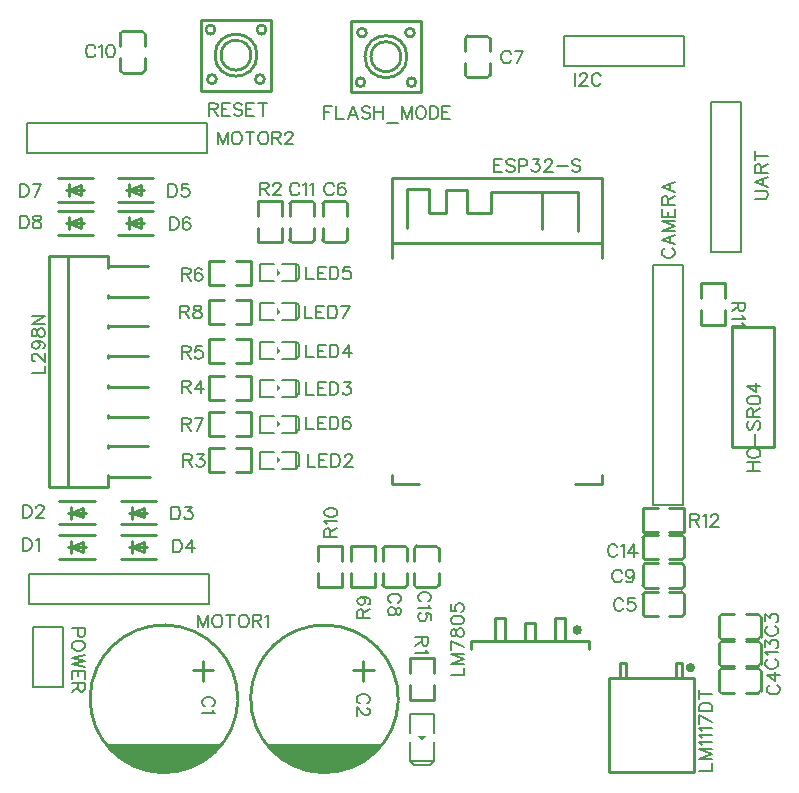
<source format=gto>
G04 Layer: TopSilkLayer*
G04 EasyEDA v6.4.19.3, 2021-04-15T18:17:59+02:00*
G04 27ca5f04d03341a3abaed076034c1fd4,b26f2b340a5143eda07d108a38fc4859,10*
G04 Gerber Generator version 0.2*
G04 Scale: 100 percent, Rotated: No, Reflected: No *
G04 Dimensions in millimeters *
G04 leading zeros omitted , absolute positions ,4 integer and 5 decimal *
%FSLAX45Y45*%
%MOMM*%

%ADD10C,0.2540*%
%ADD13C,0.4000*%
%ADD39C,0.1500*%
%ADD40C,0.2032*%
%ADD41C,0.2030*%
%ADD42C,0.2000*%
%ADD43C,0.3988*%
%ADD44C,0.1524*%

%LPD*%
D44*
X3314700Y7392415D02*
G01*
X3314700Y7283450D01*
X3314700Y7392415D02*
G01*
X3382263Y7392415D01*
X3314700Y7340600D02*
G01*
X3356356Y7340600D01*
X3416554Y7392415D02*
G01*
X3416554Y7283450D01*
X3416554Y7283450D02*
G01*
X3478784Y7283450D01*
X3554729Y7392415D02*
G01*
X3513074Y7283450D01*
X3554729Y7392415D02*
G01*
X3596386Y7283450D01*
X3528822Y7319771D02*
G01*
X3580638Y7319771D01*
X3703320Y7376921D02*
G01*
X3692906Y7387336D01*
X3677411Y7392415D01*
X3656584Y7392415D01*
X3641090Y7387336D01*
X3630675Y7376921D01*
X3630675Y7366508D01*
X3635756Y7356094D01*
X3641090Y7350760D01*
X3651250Y7345679D01*
X3682491Y7335265D01*
X3692906Y7330186D01*
X3698240Y7324852D01*
X3703320Y7314437D01*
X3703320Y7298944D01*
X3692906Y7288529D01*
X3677411Y7283450D01*
X3656584Y7283450D01*
X3641090Y7288529D01*
X3630675Y7298944D01*
X3737609Y7392415D02*
G01*
X3737609Y7283450D01*
X3810254Y7392415D02*
G01*
X3810254Y7283450D01*
X3737609Y7340600D02*
G01*
X3810254Y7340600D01*
X3844543Y7246873D02*
G01*
X3938270Y7246873D01*
X3972559Y7392415D02*
G01*
X3972559Y7283450D01*
X3972559Y7392415D02*
G01*
X4013961Y7283450D01*
X4055618Y7392415D02*
G01*
X4013961Y7283450D01*
X4055618Y7392415D02*
G01*
X4055618Y7283450D01*
X4121150Y7392415D02*
G01*
X4110736Y7387336D01*
X4100322Y7376921D01*
X4094988Y7366508D01*
X4089908Y7350760D01*
X4089908Y7324852D01*
X4094988Y7309358D01*
X4100322Y7298944D01*
X4110736Y7288529D01*
X4121150Y7283450D01*
X4141724Y7283450D01*
X4152138Y7288529D01*
X4162552Y7298944D01*
X4167886Y7309358D01*
X4172965Y7324852D01*
X4172965Y7350760D01*
X4167886Y7366508D01*
X4162552Y7376921D01*
X4152138Y7387336D01*
X4141724Y7392415D01*
X4121150Y7392415D01*
X4207256Y7392415D02*
G01*
X4207256Y7283450D01*
X4207256Y7392415D02*
G01*
X4243577Y7392415D01*
X4259325Y7387336D01*
X4269740Y7376921D01*
X4274820Y7366508D01*
X4279900Y7350760D01*
X4279900Y7324852D01*
X4274820Y7309358D01*
X4269740Y7298944D01*
X4259325Y7288529D01*
X4243577Y7283450D01*
X4207256Y7283450D01*
X4314190Y7392415D02*
G01*
X4314190Y7283450D01*
X4314190Y7392415D02*
G01*
X4381754Y7392415D01*
X4314190Y7340600D02*
G01*
X4355845Y7340600D01*
X4314190Y7283450D02*
G01*
X4381754Y7283450D01*
X2336812Y7417803D02*
G01*
X2336812Y7308837D01*
X2336812Y7417803D02*
G01*
X2383548Y7417803D01*
X2399042Y7412723D01*
X2404376Y7407389D01*
X2409456Y7396975D01*
X2409456Y7386561D01*
X2404376Y7376147D01*
X2399042Y7371067D01*
X2383548Y7365987D01*
X2336812Y7365987D01*
X2373134Y7365987D02*
G01*
X2409456Y7308837D01*
X2443746Y7417803D02*
G01*
X2443746Y7308837D01*
X2443746Y7417803D02*
G01*
X2511310Y7417803D01*
X2443746Y7365987D02*
G01*
X2485402Y7365987D01*
X2443746Y7308837D02*
G01*
X2511310Y7308837D01*
X2618498Y7402309D02*
G01*
X2608084Y7412723D01*
X2592336Y7417803D01*
X2571762Y7417803D01*
X2556014Y7412723D01*
X2545600Y7402309D01*
X2545600Y7391895D01*
X2550934Y7381481D01*
X2556014Y7376147D01*
X2566428Y7371067D01*
X2597670Y7360653D01*
X2608084Y7355573D01*
X2613164Y7350239D01*
X2618498Y7339825D01*
X2618498Y7324331D01*
X2608084Y7313917D01*
X2592336Y7308837D01*
X2571762Y7308837D01*
X2556014Y7313917D01*
X2545600Y7324331D01*
X2652788Y7417803D02*
G01*
X2652788Y7308837D01*
X2652788Y7417803D02*
G01*
X2720352Y7417803D01*
X2652788Y7365987D02*
G01*
X2694190Y7365987D01*
X2652788Y7308837D02*
G01*
X2720352Y7308837D01*
X2790964Y7417803D02*
G01*
X2790964Y7308837D01*
X2754642Y7417803D02*
G01*
X2827286Y7417803D01*
X3162300Y4763515D02*
G01*
X3162300Y4654550D01*
X3162300Y4654550D02*
G01*
X3224529Y4654550D01*
X3258820Y4763515D02*
G01*
X3258820Y4654550D01*
X3258820Y4763515D02*
G01*
X3326384Y4763515D01*
X3258820Y4711700D02*
G01*
X3300475Y4711700D01*
X3258820Y4654550D02*
G01*
X3326384Y4654550D01*
X3360674Y4763515D02*
G01*
X3360674Y4654550D01*
X3360674Y4763515D02*
G01*
X3397250Y4763515D01*
X3412743Y4758436D01*
X3423158Y4748021D01*
X3428238Y4737607D01*
X3433572Y4721860D01*
X3433572Y4695952D01*
X3428238Y4680457D01*
X3423158Y4670044D01*
X3412743Y4659629D01*
X3397250Y4654550D01*
X3360674Y4654550D01*
X3530091Y4748021D02*
G01*
X3525011Y4758436D01*
X3509263Y4763515D01*
X3498850Y4763515D01*
X3483356Y4758436D01*
X3472941Y4742687D01*
X3467861Y4716779D01*
X3467861Y4690871D01*
X3472941Y4670044D01*
X3483356Y4659629D01*
X3498850Y4654550D01*
X3504184Y4654550D01*
X3519677Y4659629D01*
X3530091Y4670044D01*
X3535425Y4685537D01*
X3535425Y4690871D01*
X3530091Y4706365D01*
X3519677Y4716779D01*
X3504184Y4721860D01*
X3498850Y4721860D01*
X3483356Y4716779D01*
X3472941Y4706365D01*
X3467861Y4690871D01*
X3149600Y5703315D02*
G01*
X3149600Y5594350D01*
X3149600Y5594350D02*
G01*
X3211829Y5594350D01*
X3246120Y5703315D02*
G01*
X3246120Y5594350D01*
X3246120Y5703315D02*
G01*
X3313684Y5703315D01*
X3246120Y5651500D02*
G01*
X3287775Y5651500D01*
X3246120Y5594350D02*
G01*
X3313684Y5594350D01*
X3347974Y5703315D02*
G01*
X3347974Y5594350D01*
X3347974Y5703315D02*
G01*
X3384550Y5703315D01*
X3400043Y5698236D01*
X3410458Y5687821D01*
X3415538Y5677407D01*
X3420872Y5661660D01*
X3420872Y5635752D01*
X3415538Y5620257D01*
X3410458Y5609844D01*
X3400043Y5599429D01*
X3384550Y5594350D01*
X3347974Y5594350D01*
X3527806Y5703315D02*
G01*
X3475990Y5594350D01*
X3455161Y5703315D02*
G01*
X3527806Y5703315D01*
X837184Y5130800D02*
G01*
X946150Y5130800D01*
X946150Y5130800D02*
G01*
X946150Y5193029D01*
X863092Y5232654D02*
G01*
X858012Y5232654D01*
X847597Y5237734D01*
X842263Y5243068D01*
X837184Y5253481D01*
X837184Y5274310D01*
X842263Y5284470D01*
X847597Y5289804D01*
X858012Y5294884D01*
X868426Y5294884D01*
X878839Y5289804D01*
X894334Y5279389D01*
X946150Y5227320D01*
X946150Y5300218D01*
X873505Y5402071D02*
G01*
X889000Y5396737D01*
X899413Y5386323D01*
X904747Y5370829D01*
X904747Y5365750D01*
X899413Y5350002D01*
X889000Y5339587D01*
X873505Y5334507D01*
X868426Y5334507D01*
X852678Y5339587D01*
X842263Y5350002D01*
X837184Y5365750D01*
X837184Y5370829D01*
X842263Y5386323D01*
X852678Y5396737D01*
X873505Y5402071D01*
X899413Y5402071D01*
X925576Y5396737D01*
X941070Y5386323D01*
X946150Y5370829D01*
X946150Y5360415D01*
X941070Y5344921D01*
X930655Y5339587D01*
X837184Y5462270D02*
G01*
X842263Y5446776D01*
X852678Y5441442D01*
X863092Y5441442D01*
X873505Y5446776D01*
X878839Y5457189D01*
X883920Y5477763D01*
X889000Y5493512D01*
X899413Y5503926D01*
X909828Y5509005D01*
X925576Y5509005D01*
X935989Y5503926D01*
X941070Y5498592D01*
X946150Y5483097D01*
X946150Y5462270D01*
X941070Y5446776D01*
X935989Y5441442D01*
X925576Y5436362D01*
X909828Y5436362D01*
X899413Y5441442D01*
X889000Y5451855D01*
X883920Y5467350D01*
X878839Y5488178D01*
X873505Y5498592D01*
X863092Y5503926D01*
X852678Y5503926D01*
X842263Y5498592D01*
X837184Y5483097D01*
X837184Y5462270D01*
X837184Y5543295D02*
G01*
X946150Y5543295D01*
X837184Y5543295D02*
G01*
X946150Y5615939D01*
X837184Y5615939D02*
G01*
X946150Y5615939D01*
X2247900Y3087115D02*
G01*
X2247900Y2978150D01*
X2247900Y3087115D02*
G01*
X2289556Y2978150D01*
X2330958Y3087115D02*
G01*
X2289556Y2978150D01*
X2330958Y3087115D02*
G01*
X2330958Y2978150D01*
X2396490Y3087115D02*
G01*
X2386075Y3082036D01*
X2375661Y3071621D01*
X2370581Y3061207D01*
X2365247Y3045460D01*
X2365247Y3019552D01*
X2370581Y3004057D01*
X2375661Y2993644D01*
X2386075Y2983229D01*
X2396490Y2978150D01*
X2417318Y2978150D01*
X2427731Y2983229D01*
X2438145Y2993644D01*
X2443225Y3004057D01*
X2448559Y3019552D01*
X2448559Y3045460D01*
X2443225Y3061207D01*
X2438145Y3071621D01*
X2427731Y3082036D01*
X2417318Y3087115D01*
X2396490Y3087115D01*
X2519172Y3087115D02*
G01*
X2519172Y2978150D01*
X2482850Y3087115D02*
G01*
X2555493Y3087115D01*
X2621025Y3087115D02*
G01*
X2610611Y3082036D01*
X2600197Y3071621D01*
X2594863Y3061207D01*
X2589784Y3045460D01*
X2589784Y3019552D01*
X2594863Y3004057D01*
X2600197Y2993644D01*
X2610611Y2983229D01*
X2621025Y2978150D01*
X2641600Y2978150D01*
X2652013Y2983229D01*
X2662427Y2993644D01*
X2667761Y3004057D01*
X2672841Y3019552D01*
X2672841Y3045460D01*
X2667761Y3061207D01*
X2662427Y3071621D01*
X2652013Y3082036D01*
X2641600Y3087115D01*
X2621025Y3087115D01*
X2707131Y3087115D02*
G01*
X2707131Y2978150D01*
X2707131Y3087115D02*
G01*
X2753868Y3087115D01*
X2769615Y3082036D01*
X2774695Y3076702D01*
X2780029Y3066287D01*
X2780029Y3055873D01*
X2774695Y3045460D01*
X2769615Y3040379D01*
X2753868Y3035300D01*
X2707131Y3035300D01*
X2743454Y3035300D02*
G01*
X2780029Y2978150D01*
X2814320Y3066287D02*
G01*
X2824479Y3071621D01*
X2840227Y3087115D01*
X2840227Y2978150D01*
X2413000Y7176515D02*
G01*
X2413000Y7067550D01*
X2413000Y7176515D02*
G01*
X2454656Y7067550D01*
X2496058Y7176515D02*
G01*
X2454656Y7067550D01*
X2496058Y7176515D02*
G01*
X2496058Y7067550D01*
X2561590Y7176515D02*
G01*
X2551175Y7171436D01*
X2540761Y7161021D01*
X2535681Y7150608D01*
X2530347Y7134860D01*
X2530347Y7108952D01*
X2535681Y7093458D01*
X2540761Y7083044D01*
X2551175Y7072629D01*
X2561590Y7067550D01*
X2582418Y7067550D01*
X2592831Y7072629D01*
X2603245Y7083044D01*
X2608325Y7093458D01*
X2613659Y7108952D01*
X2613659Y7134860D01*
X2608325Y7150608D01*
X2603245Y7161021D01*
X2592831Y7171436D01*
X2582418Y7176515D01*
X2561590Y7176515D01*
X2684272Y7176515D02*
G01*
X2684272Y7067550D01*
X2647950Y7176515D02*
G01*
X2720593Y7176515D01*
X2786125Y7176515D02*
G01*
X2775711Y7171436D01*
X2765297Y7161021D01*
X2759963Y7150608D01*
X2754884Y7134860D01*
X2754884Y7108952D01*
X2759963Y7093458D01*
X2765297Y7083044D01*
X2775711Y7072629D01*
X2786125Y7067550D01*
X2806700Y7067550D01*
X2817113Y7072629D01*
X2827527Y7083044D01*
X2832861Y7093458D01*
X2837941Y7108952D01*
X2837941Y7134860D01*
X2832861Y7150608D01*
X2827527Y7161021D01*
X2817113Y7171436D01*
X2806700Y7176515D01*
X2786125Y7176515D01*
X2872231Y7176515D02*
G01*
X2872231Y7067550D01*
X2872231Y7176515D02*
G01*
X2918968Y7176515D01*
X2934715Y7171436D01*
X2939795Y7166102D01*
X2945129Y7155687D01*
X2945129Y7145273D01*
X2939795Y7134860D01*
X2934715Y7129779D01*
X2918968Y7124700D01*
X2872231Y7124700D01*
X2908554Y7124700D02*
G01*
X2945129Y7067550D01*
X2984500Y7150608D02*
G01*
X2984500Y7155687D01*
X2989579Y7166102D01*
X2994913Y7171436D01*
X3005327Y7176515D01*
X3026156Y7176515D01*
X3036570Y7171436D01*
X3041650Y7166102D01*
X3046729Y7155687D01*
X3046729Y7145273D01*
X3041650Y7134860D01*
X3031236Y7119365D01*
X2979420Y7067550D01*
X3052063Y7067550D01*
X6197091Y6186678D02*
G01*
X6186677Y6181344D01*
X6176263Y6170929D01*
X6171184Y6160770D01*
X6171184Y6139942D01*
X6176263Y6129528D01*
X6186677Y6119113D01*
X6197091Y6113779D01*
X6212840Y6108700D01*
X6238747Y6108700D01*
X6254241Y6113779D01*
X6264656Y6119113D01*
X6275070Y6129528D01*
X6280150Y6139942D01*
X6280150Y6160770D01*
X6275070Y6170929D01*
X6264656Y6181344D01*
X6254241Y6186678D01*
X6171184Y6262370D02*
G01*
X6280150Y6220968D01*
X6171184Y6262370D02*
G01*
X6280150Y6304026D01*
X6243827Y6236462D02*
G01*
X6243827Y6288531D01*
X6171184Y6338315D02*
G01*
X6280150Y6338315D01*
X6171184Y6338315D02*
G01*
X6280150Y6379971D01*
X6171184Y6421373D02*
G01*
X6280150Y6379971D01*
X6171184Y6421373D02*
G01*
X6280150Y6421373D01*
X6171184Y6455663D02*
G01*
X6280150Y6455663D01*
X6171184Y6455663D02*
G01*
X6171184Y6523228D01*
X6223000Y6455663D02*
G01*
X6223000Y6497320D01*
X6280150Y6455663D02*
G01*
X6280150Y6523228D01*
X6171184Y6557518D02*
G01*
X6280150Y6557518D01*
X6171184Y6557518D02*
G01*
X6171184Y6604254D01*
X6176263Y6620002D01*
X6181597Y6625081D01*
X6192011Y6630415D01*
X6202425Y6630415D01*
X6212840Y6625081D01*
X6217920Y6620002D01*
X6223000Y6604254D01*
X6223000Y6557518D01*
X6223000Y6593839D02*
G01*
X6280150Y6630415D01*
X6171184Y6706108D02*
G01*
X6280150Y6664705D01*
X6171184Y6706108D02*
G01*
X6280150Y6747763D01*
X6243827Y6680200D02*
G01*
X6243827Y6732270D01*
X5843777Y3200907D02*
G01*
X5838443Y3211321D01*
X5828029Y3221736D01*
X5817870Y3226815D01*
X5797041Y3226815D01*
X5786627Y3221736D01*
X5776213Y3211321D01*
X5770879Y3200907D01*
X5765800Y3185160D01*
X5765800Y3159252D01*
X5770879Y3143757D01*
X5776213Y3133344D01*
X5786627Y3122929D01*
X5797041Y3117850D01*
X5817870Y3117850D01*
X5828029Y3122929D01*
X5838443Y3133344D01*
X5843777Y3143757D01*
X5940297Y3226815D02*
G01*
X5888481Y3226815D01*
X5883147Y3180079D01*
X5888481Y3185160D01*
X5903975Y3190494D01*
X5919470Y3190494D01*
X5935218Y3185160D01*
X5945631Y3175000D01*
X5950711Y3159252D01*
X5950711Y3148837D01*
X5945631Y3133344D01*
X5935218Y3122929D01*
X5919470Y3117850D01*
X5903975Y3117850D01*
X5888481Y3122929D01*
X5883147Y3128010D01*
X5878068Y3138423D01*
X1283715Y2971800D02*
G01*
X1174750Y2971800D01*
X1283715Y2971800D02*
G01*
X1283715Y2925063D01*
X1278636Y2909570D01*
X1273302Y2904236D01*
X1262887Y2899155D01*
X1247394Y2899155D01*
X1236979Y2904236D01*
X1231900Y2909570D01*
X1226565Y2925063D01*
X1226565Y2971800D01*
X1283715Y2833623D02*
G01*
X1278636Y2844037D01*
X1268221Y2854452D01*
X1257807Y2859531D01*
X1242060Y2864865D01*
X1216152Y2864865D01*
X1200657Y2859531D01*
X1190244Y2854452D01*
X1179829Y2844037D01*
X1174750Y2833623D01*
X1174750Y2812795D01*
X1179829Y2802381D01*
X1190244Y2791968D01*
X1200657Y2786887D01*
X1216152Y2781554D01*
X1242060Y2781554D01*
X1257807Y2786887D01*
X1268221Y2791968D01*
X1278636Y2802381D01*
X1283715Y2812795D01*
X1283715Y2833623D01*
X1283715Y2747263D02*
G01*
X1174750Y2721355D01*
X1283715Y2695447D02*
G01*
X1174750Y2721355D01*
X1283715Y2695447D02*
G01*
X1174750Y2669539D01*
X1283715Y2643378D02*
G01*
X1174750Y2669539D01*
X1283715Y2609087D02*
G01*
X1174750Y2609087D01*
X1283715Y2609087D02*
G01*
X1283715Y2541523D01*
X1231900Y2609087D02*
G01*
X1231900Y2567686D01*
X1174750Y2609087D02*
G01*
X1174750Y2541523D01*
X1283715Y2507234D02*
G01*
X1174750Y2507234D01*
X1283715Y2507234D02*
G01*
X1283715Y2460497D01*
X1278636Y2445004D01*
X1273302Y2439670D01*
X1262887Y2434589D01*
X1252473Y2434589D01*
X1242060Y2439670D01*
X1236979Y2445004D01*
X1231900Y2460497D01*
X1231900Y2507234D01*
X1231900Y2470912D02*
G01*
X1174750Y2434589D01*
X6958584Y6604000D02*
G01*
X7036561Y6604000D01*
X7052056Y6609079D01*
X7062470Y6619494D01*
X7067550Y6635242D01*
X7067550Y6645655D01*
X7062470Y6661150D01*
X7052056Y6671563D01*
X7036561Y6676644D01*
X6958584Y6676644D01*
X6958584Y6752589D02*
G01*
X7067550Y6710934D01*
X6958584Y6752589D02*
G01*
X7067550Y6794245D01*
X7031227Y6726681D02*
G01*
X7031227Y6778497D01*
X6958584Y6828536D02*
G01*
X7067550Y6828536D01*
X6958584Y6828536D02*
G01*
X6958584Y6875271D01*
X6963663Y6890765D01*
X6968997Y6896100D01*
X6979411Y6901179D01*
X6989825Y6901179D01*
X7000240Y6896100D01*
X7005320Y6890765D01*
X7010400Y6875271D01*
X7010400Y6828536D01*
X7010400Y6864858D02*
G01*
X7067550Y6901179D01*
X6958584Y6971792D02*
G01*
X7067550Y6971792D01*
X6958584Y6935470D02*
G01*
X6958584Y7008113D01*
X2362708Y2309621D02*
G01*
X2373122Y2314955D01*
X2383536Y2325370D01*
X2388615Y2335529D01*
X2388615Y2356357D01*
X2383536Y2366771D01*
X2373122Y2377186D01*
X2362708Y2382520D01*
X2346959Y2387600D01*
X2321052Y2387600D01*
X2305558Y2382520D01*
X2295143Y2377186D01*
X2284729Y2366771D01*
X2279650Y2356357D01*
X2279650Y2335529D01*
X2284729Y2325370D01*
X2295143Y2314955D01*
X2305558Y2309621D01*
X2367788Y2275331D02*
G01*
X2373122Y2264918D01*
X2388615Y2249423D01*
X2279650Y2249423D01*
X3670808Y2335021D02*
G01*
X3681222Y2340355D01*
X3691636Y2350770D01*
X3696715Y2360929D01*
X3696715Y2381757D01*
X3691636Y2392171D01*
X3681222Y2402586D01*
X3670808Y2407920D01*
X3655059Y2413000D01*
X3629152Y2413000D01*
X3613658Y2407920D01*
X3603243Y2402586D01*
X3592829Y2392171D01*
X3587750Y2381757D01*
X3587750Y2360929D01*
X3592829Y2350770D01*
X3603243Y2340355D01*
X3613658Y2335021D01*
X3670808Y2295652D02*
G01*
X3675888Y2295652D01*
X3686302Y2290318D01*
X3691636Y2285237D01*
X3696715Y2274823D01*
X3696715Y2253995D01*
X3691636Y2243581D01*
X3686302Y2238502D01*
X3675888Y2233168D01*
X3665474Y2233168D01*
X3655059Y2238502D01*
X3639565Y2248915D01*
X3587750Y2300731D01*
X3587750Y2228087D01*
X3175000Y4446015D02*
G01*
X3175000Y4337050D01*
X3175000Y4337050D02*
G01*
X3237229Y4337050D01*
X3271520Y4446015D02*
G01*
X3271520Y4337050D01*
X3271520Y4446015D02*
G01*
X3339084Y4446015D01*
X3271520Y4394200D02*
G01*
X3313175Y4394200D01*
X3271520Y4337050D02*
G01*
X3339084Y4337050D01*
X3373374Y4446015D02*
G01*
X3373374Y4337050D01*
X3373374Y4446015D02*
G01*
X3409950Y4446015D01*
X3425443Y4440936D01*
X3435858Y4430521D01*
X3440938Y4420107D01*
X3446272Y4404360D01*
X3446272Y4378452D01*
X3440938Y4362957D01*
X3435858Y4352544D01*
X3425443Y4342129D01*
X3409950Y4337050D01*
X3373374Y4337050D01*
X3485641Y4420107D02*
G01*
X3485641Y4425187D01*
X3490975Y4435602D01*
X3496056Y4440936D01*
X3506470Y4446015D01*
X3527297Y4446015D01*
X3537711Y4440936D01*
X3542791Y4435602D01*
X3548125Y4425187D01*
X3548125Y4414773D01*
X3542791Y4404360D01*
X3532377Y4388865D01*
X3480561Y4337050D01*
X3553206Y4337050D01*
X3162300Y5055615D02*
G01*
X3162300Y4946650D01*
X3162300Y4946650D02*
G01*
X3224529Y4946650D01*
X3258820Y5055615D02*
G01*
X3258820Y4946650D01*
X3258820Y5055615D02*
G01*
X3326384Y5055615D01*
X3258820Y5003800D02*
G01*
X3300475Y5003800D01*
X3258820Y4946650D02*
G01*
X3326384Y4946650D01*
X3360674Y5055615D02*
G01*
X3360674Y4946650D01*
X3360674Y5055615D02*
G01*
X3397250Y5055615D01*
X3412743Y5050536D01*
X3423158Y5040121D01*
X3428238Y5029707D01*
X3433572Y5013960D01*
X3433572Y4988052D01*
X3428238Y4972557D01*
X3423158Y4962144D01*
X3412743Y4951729D01*
X3397250Y4946650D01*
X3360674Y4946650D01*
X3478275Y5055615D02*
G01*
X3535425Y5055615D01*
X3504184Y5013960D01*
X3519677Y5013960D01*
X3530091Y5008879D01*
X3535425Y5003800D01*
X3540506Y4988052D01*
X3540506Y4977637D01*
X3535425Y4962144D01*
X3525011Y4951729D01*
X3509263Y4946650D01*
X3493770Y4946650D01*
X3478275Y4951729D01*
X3472941Y4956810D01*
X3467861Y4967223D01*
X3162300Y5373115D02*
G01*
X3162300Y5264150D01*
X3162300Y5264150D02*
G01*
X3224529Y5264150D01*
X3258820Y5373115D02*
G01*
X3258820Y5264150D01*
X3258820Y5373115D02*
G01*
X3326384Y5373115D01*
X3258820Y5321300D02*
G01*
X3300475Y5321300D01*
X3258820Y5264150D02*
G01*
X3326384Y5264150D01*
X3360674Y5373115D02*
G01*
X3360674Y5264150D01*
X3360674Y5373115D02*
G01*
X3397250Y5373115D01*
X3412743Y5368036D01*
X3423158Y5357621D01*
X3428238Y5347207D01*
X3433572Y5331460D01*
X3433572Y5305552D01*
X3428238Y5290057D01*
X3423158Y5279644D01*
X3412743Y5269229D01*
X3397250Y5264150D01*
X3360674Y5264150D01*
X3519677Y5373115D02*
G01*
X3467861Y5300471D01*
X3545840Y5300471D01*
X3519677Y5373115D02*
G01*
X3519677Y5264150D01*
X3162292Y6033508D02*
G01*
X3162292Y5924542D01*
X3162292Y5924542D02*
G01*
X3224522Y5924542D01*
X3258812Y6033508D02*
G01*
X3258812Y5924542D01*
X3258812Y6033508D02*
G01*
X3326376Y6033508D01*
X3258812Y5981692D02*
G01*
X3300468Y5981692D01*
X3258812Y5924542D02*
G01*
X3326376Y5924542D01*
X3360666Y6033508D02*
G01*
X3360666Y5924542D01*
X3360666Y6033508D02*
G01*
X3397242Y6033508D01*
X3412736Y6028428D01*
X3423150Y6018014D01*
X3428230Y6007600D01*
X3433564Y5991852D01*
X3433564Y5965944D01*
X3428230Y5950450D01*
X3423150Y5940036D01*
X3412736Y5929622D01*
X3397242Y5924542D01*
X3360666Y5924542D01*
X3530084Y6033508D02*
G01*
X3478268Y6033508D01*
X3472934Y5986772D01*
X3478268Y5991852D01*
X3493762Y5997186D01*
X3509256Y5997186D01*
X3525004Y5991852D01*
X3535418Y5981692D01*
X3540498Y5965944D01*
X3540498Y5955530D01*
X3535418Y5940036D01*
X3525004Y5929622D01*
X3509256Y5924542D01*
X3493762Y5924542D01*
X3478268Y5929622D01*
X3472934Y5934702D01*
X3467854Y5945116D01*
X762000Y3734815D02*
G01*
X762000Y3625850D01*
X762000Y3734815D02*
G01*
X798321Y3734815D01*
X814070Y3729736D01*
X824229Y3719321D01*
X829563Y3708907D01*
X834644Y3693160D01*
X834644Y3667252D01*
X829563Y3651757D01*
X824229Y3641344D01*
X814070Y3630929D01*
X798321Y3625850D01*
X762000Y3625850D01*
X868934Y3713987D02*
G01*
X879347Y3719321D01*
X895095Y3734815D01*
X895095Y3625850D01*
X762000Y4014215D02*
G01*
X762000Y3905250D01*
X762000Y4014215D02*
G01*
X798321Y4014215D01*
X814070Y4009136D01*
X824229Y3998721D01*
X829563Y3988307D01*
X834644Y3972560D01*
X834644Y3946652D01*
X829563Y3931157D01*
X824229Y3920744D01*
X814070Y3910329D01*
X798321Y3905250D01*
X762000Y3905250D01*
X874268Y3988307D02*
G01*
X874268Y3993387D01*
X879347Y4003802D01*
X884681Y4009136D01*
X895095Y4014215D01*
X915670Y4014215D01*
X926084Y4009136D01*
X931418Y4003802D01*
X936497Y3993387D01*
X936497Y3982973D01*
X931418Y3972560D01*
X921004Y3957065D01*
X868934Y3905250D01*
X941831Y3905250D01*
X2019300Y4001515D02*
G01*
X2019300Y3892550D01*
X2019300Y4001515D02*
G01*
X2055622Y4001515D01*
X2071370Y3996436D01*
X2081529Y3986021D01*
X2086863Y3975607D01*
X2091943Y3959860D01*
X2091943Y3933952D01*
X2086863Y3918457D01*
X2081529Y3908044D01*
X2071370Y3897629D01*
X2055622Y3892550D01*
X2019300Y3892550D01*
X2136647Y4001515D02*
G01*
X2193797Y4001515D01*
X2162809Y3959860D01*
X2178304Y3959860D01*
X2188718Y3954779D01*
X2193797Y3949700D01*
X2199131Y3933952D01*
X2199131Y3923537D01*
X2193797Y3908044D01*
X2183384Y3897629D01*
X2167890Y3892550D01*
X2152395Y3892550D01*
X2136647Y3897629D01*
X2131568Y3902710D01*
X2126234Y3913123D01*
X2032000Y3722115D02*
G01*
X2032000Y3613150D01*
X2032000Y3722115D02*
G01*
X2068322Y3722115D01*
X2084070Y3717036D01*
X2094229Y3706621D01*
X2099563Y3696207D01*
X2104643Y3680460D01*
X2104643Y3654552D01*
X2099563Y3639057D01*
X2094229Y3628644D01*
X2084070Y3618229D01*
X2068322Y3613150D01*
X2032000Y3613150D01*
X2191004Y3722115D02*
G01*
X2138934Y3649471D01*
X2216911Y3649471D01*
X2191004Y3722115D02*
G01*
X2191004Y3613150D01*
X1993900Y6732015D02*
G01*
X1993900Y6623050D01*
X1993900Y6732015D02*
G01*
X2030222Y6732015D01*
X2045970Y6726936D01*
X2056129Y6716521D01*
X2061463Y6706108D01*
X2066543Y6690360D01*
X2066543Y6664452D01*
X2061463Y6648958D01*
X2056129Y6638544D01*
X2045970Y6628129D01*
X2030222Y6623050D01*
X1993900Y6623050D01*
X2163318Y6732015D02*
G01*
X2111247Y6732015D01*
X2106168Y6685279D01*
X2111247Y6690360D01*
X2126995Y6695694D01*
X2142490Y6695694D01*
X2157984Y6690360D01*
X2168397Y6680200D01*
X2173731Y6664452D01*
X2173731Y6654037D01*
X2168397Y6638544D01*
X2157984Y6628129D01*
X2142490Y6623050D01*
X2126995Y6623050D01*
X2111247Y6628129D01*
X2106168Y6633210D01*
X2100834Y6643623D01*
X2006600Y6452615D02*
G01*
X2006600Y6343650D01*
X2006600Y6452615D02*
G01*
X2042922Y6452615D01*
X2058670Y6447536D01*
X2068829Y6437121D01*
X2074163Y6426707D01*
X2079243Y6410960D01*
X2079243Y6385052D01*
X2074163Y6369557D01*
X2068829Y6359144D01*
X2058670Y6348729D01*
X2042922Y6343650D01*
X2006600Y6343650D01*
X2176018Y6437121D02*
G01*
X2170684Y6447536D01*
X2155190Y6452615D01*
X2144775Y6452615D01*
X2129281Y6447536D01*
X2118868Y6431787D01*
X2113534Y6405879D01*
X2113534Y6379971D01*
X2118868Y6359144D01*
X2129281Y6348729D01*
X2144775Y6343650D01*
X2150109Y6343650D01*
X2165604Y6348729D01*
X2176018Y6359144D01*
X2181097Y6374637D01*
X2181097Y6379971D01*
X2176018Y6395465D01*
X2165604Y6405879D01*
X2150109Y6410960D01*
X2144775Y6410960D01*
X2129281Y6405879D01*
X2118868Y6395465D01*
X2113534Y6379971D01*
X736600Y6732015D02*
G01*
X736600Y6623050D01*
X736600Y6732015D02*
G01*
X772921Y6732015D01*
X788670Y6726936D01*
X798829Y6716521D01*
X804163Y6706108D01*
X809244Y6690360D01*
X809244Y6664452D01*
X804163Y6648958D01*
X798829Y6638544D01*
X788670Y6628129D01*
X772921Y6623050D01*
X736600Y6623050D01*
X916431Y6732015D02*
G01*
X864362Y6623050D01*
X843534Y6732015D02*
G01*
X916431Y6732015D01*
X736600Y6465315D02*
G01*
X736600Y6356350D01*
X736600Y6465315D02*
G01*
X772921Y6465315D01*
X788670Y6460236D01*
X798829Y6449821D01*
X804163Y6439407D01*
X809244Y6423660D01*
X809244Y6397752D01*
X804163Y6382257D01*
X798829Y6371844D01*
X788670Y6361429D01*
X772921Y6356350D01*
X736600Y6356350D01*
X869695Y6465315D02*
G01*
X853947Y6460236D01*
X848868Y6449821D01*
X848868Y6439407D01*
X853947Y6428994D01*
X864362Y6423660D01*
X885189Y6418579D01*
X900684Y6413500D01*
X911097Y6403086D01*
X916431Y6392671D01*
X916431Y6376923D01*
X911097Y6366510D01*
X906018Y6361429D01*
X890270Y6356350D01*
X869695Y6356350D01*
X853947Y6361429D01*
X848868Y6366510D01*
X843534Y6376923D01*
X843534Y6392671D01*
X848868Y6403086D01*
X859281Y6413500D01*
X874776Y6418579D01*
X895604Y6423660D01*
X906018Y6428994D01*
X911097Y6439407D01*
X911097Y6449821D01*
X906018Y6460236D01*
X890270Y6465315D01*
X869695Y6465315D01*
X6488684Y1765300D02*
G01*
X6597650Y1765300D01*
X6597650Y1765300D02*
G01*
X6597650Y1827529D01*
X6488684Y1861820D02*
G01*
X6597650Y1861820D01*
X6488684Y1861820D02*
G01*
X6597650Y1903476D01*
X6488684Y1945131D02*
G01*
X6597650Y1903476D01*
X6488684Y1945131D02*
G01*
X6597650Y1945131D01*
X6509511Y1979421D02*
G01*
X6504177Y1989836D01*
X6488684Y2005329D01*
X6597650Y2005329D01*
X6509511Y2039620D02*
G01*
X6504177Y2050034D01*
X6488684Y2065528D01*
X6597650Y2065528D01*
X6509511Y2099818D02*
G01*
X6504177Y2110231D01*
X6488684Y2125979D01*
X6597650Y2125979D01*
X6488684Y2232913D02*
G01*
X6597650Y2180844D01*
X6488684Y2160270D02*
G01*
X6488684Y2232913D01*
X6488684Y2267204D02*
G01*
X6597650Y2267204D01*
X6488684Y2267204D02*
G01*
X6488684Y2303526D01*
X6493763Y2319020D01*
X6504177Y2329434D01*
X6514591Y2334768D01*
X6530340Y2339847D01*
X6556247Y2339847D01*
X6571741Y2334768D01*
X6582156Y2329434D01*
X6592570Y2319020D01*
X6597650Y2303526D01*
X6597650Y2267204D01*
X6488684Y2410460D02*
G01*
X6597650Y2410460D01*
X6488684Y2374137D02*
G01*
X6488684Y2447036D01*
X4192015Y2895600D02*
G01*
X4083050Y2895600D01*
X4192015Y2895600D02*
G01*
X4192015Y2848863D01*
X4186936Y2833370D01*
X4181602Y2828036D01*
X4171188Y2822955D01*
X4160774Y2822955D01*
X4150359Y2828036D01*
X4145279Y2833370D01*
X4140200Y2848863D01*
X4140200Y2895600D01*
X4140200Y2859278D02*
G01*
X4083050Y2822955D01*
X4171188Y2788665D02*
G01*
X4176522Y2778252D01*
X4192015Y2762504D01*
X4083050Y2762504D01*
X2120900Y4446015D02*
G01*
X2120900Y4337050D01*
X2120900Y4446015D02*
G01*
X2167636Y4446015D01*
X2183129Y4440936D01*
X2188463Y4435602D01*
X2193543Y4425187D01*
X2193543Y4414773D01*
X2188463Y4404360D01*
X2183129Y4399279D01*
X2167636Y4394200D01*
X2120900Y4394200D01*
X2157222Y4394200D02*
G01*
X2193543Y4337050D01*
X2238247Y4446015D02*
G01*
X2295397Y4446015D01*
X2264409Y4404360D01*
X2279904Y4404360D01*
X2290318Y4399279D01*
X2295397Y4394200D01*
X2300731Y4378452D01*
X2300731Y4368037D01*
X2295397Y4352544D01*
X2284984Y4342129D01*
X2269490Y4337050D01*
X2253995Y4337050D01*
X2238247Y4342129D01*
X2233168Y4347210D01*
X2227834Y4357623D01*
X2108200Y5068315D02*
G01*
X2108200Y4959350D01*
X2108200Y5068315D02*
G01*
X2154936Y5068315D01*
X2170429Y5063236D01*
X2175763Y5057902D01*
X2180843Y5047487D01*
X2180843Y5037073D01*
X2175763Y5026660D01*
X2170429Y5021579D01*
X2154936Y5016500D01*
X2108200Y5016500D01*
X2144522Y5016500D02*
G01*
X2180843Y4959350D01*
X2267204Y5068315D02*
G01*
X2215134Y4995671D01*
X2293111Y4995671D01*
X2267204Y5068315D02*
G01*
X2267204Y4959350D01*
X2108200Y5360415D02*
G01*
X2108200Y5251450D01*
X2108200Y5360415D02*
G01*
X2154936Y5360415D01*
X2170429Y5355336D01*
X2175763Y5350002D01*
X2180843Y5339587D01*
X2180843Y5329173D01*
X2175763Y5318760D01*
X2170429Y5313679D01*
X2154936Y5308600D01*
X2108200Y5308600D01*
X2144522Y5308600D02*
G01*
X2180843Y5251450D01*
X2277618Y5360415D02*
G01*
X2225547Y5360415D01*
X2220468Y5313679D01*
X2225547Y5318760D01*
X2241295Y5324094D01*
X2256790Y5324094D01*
X2272284Y5318760D01*
X2282697Y5308600D01*
X2288031Y5292852D01*
X2288031Y5282437D01*
X2282697Y5266944D01*
X2272284Y5256529D01*
X2256790Y5251450D01*
X2241295Y5251450D01*
X2225547Y5256529D01*
X2220468Y5261610D01*
X2215134Y5272023D01*
X2108192Y6020808D02*
G01*
X2108192Y5911842D01*
X2108192Y6020808D02*
G01*
X2154928Y6020808D01*
X2170422Y6015728D01*
X2175756Y6010394D01*
X2180836Y5999980D01*
X2180836Y5989566D01*
X2175756Y5979152D01*
X2170422Y5974072D01*
X2154928Y5968992D01*
X2108192Y5968992D01*
X2144514Y5968992D02*
G01*
X2180836Y5911842D01*
X2277610Y6005314D02*
G01*
X2272276Y6015728D01*
X2256782Y6020808D01*
X2246368Y6020808D01*
X2230874Y6015728D01*
X2220460Y5999980D01*
X2215126Y5974072D01*
X2215126Y5948164D01*
X2220460Y5927336D01*
X2230874Y5916922D01*
X2246368Y5911842D01*
X2251702Y5911842D01*
X2267196Y5916922D01*
X2277610Y5927336D01*
X2282690Y5942830D01*
X2282690Y5948164D01*
X2277610Y5963658D01*
X2267196Y5974072D01*
X2251702Y5979152D01*
X2246368Y5979152D01*
X2230874Y5974072D01*
X2220460Y5963658D01*
X2215126Y5948164D01*
X2108200Y4750815D02*
G01*
X2108200Y4641850D01*
X2108200Y4750815D02*
G01*
X2154936Y4750815D01*
X2170429Y4745736D01*
X2175763Y4740402D01*
X2180843Y4729987D01*
X2180843Y4719573D01*
X2175763Y4709160D01*
X2170429Y4704079D01*
X2154936Y4699000D01*
X2108200Y4699000D01*
X2144522Y4699000D02*
G01*
X2180843Y4641850D01*
X2288031Y4750815D02*
G01*
X2235961Y4641850D01*
X2215134Y4750815D02*
G01*
X2288031Y4750815D01*
X2095500Y5703315D02*
G01*
X2095500Y5594350D01*
X2095500Y5703315D02*
G01*
X2142236Y5703315D01*
X2157729Y5698236D01*
X2163063Y5692902D01*
X2168143Y5682487D01*
X2168143Y5672073D01*
X2163063Y5661660D01*
X2157729Y5656579D01*
X2142236Y5651500D01*
X2095500Y5651500D01*
X2131822Y5651500D02*
G01*
X2168143Y5594350D01*
X2228595Y5703315D02*
G01*
X2212847Y5698236D01*
X2207768Y5687821D01*
X2207768Y5677407D01*
X2212847Y5666994D01*
X2223261Y5661660D01*
X2244090Y5656579D01*
X2259584Y5651500D01*
X2269997Y5641086D01*
X2275331Y5630671D01*
X2275331Y5614923D01*
X2269997Y5604510D01*
X2264918Y5599429D01*
X2249170Y5594350D01*
X2228595Y5594350D01*
X2212847Y5599429D01*
X2207768Y5604510D01*
X2202434Y5614923D01*
X2202434Y5630671D01*
X2207768Y5641086D01*
X2218181Y5651500D01*
X2233675Y5656579D01*
X2254504Y5661660D01*
X2264918Y5666994D01*
X2269997Y5677407D01*
X2269997Y5687821D01*
X2264918Y5698236D01*
X2249170Y5703315D01*
X2228595Y5703315D01*
X2768600Y6744715D02*
G01*
X2768600Y6635750D01*
X2768600Y6744715D02*
G01*
X2815336Y6744715D01*
X2830829Y6739636D01*
X2836163Y6734302D01*
X2841243Y6723887D01*
X2841243Y6713473D01*
X2836163Y6703060D01*
X2830829Y6697979D01*
X2815336Y6692900D01*
X2768600Y6692900D01*
X2804922Y6692900D02*
G01*
X2841243Y6635750D01*
X2880868Y6718808D02*
G01*
X2880868Y6723887D01*
X2885947Y6734302D01*
X2891281Y6739636D01*
X2901695Y6744715D01*
X2922270Y6744715D01*
X2932684Y6739636D01*
X2938018Y6734302D01*
X2943097Y6723887D01*
X2943097Y6713473D01*
X2938018Y6703060D01*
X2927604Y6687565D01*
X2875534Y6635750D01*
X2948431Y6635750D01*
X3593084Y3060700D02*
G01*
X3702050Y3060700D01*
X3593084Y3060700D02*
G01*
X3593084Y3107436D01*
X3598163Y3122929D01*
X3603497Y3128263D01*
X3613911Y3133344D01*
X3624325Y3133344D01*
X3634740Y3128263D01*
X3639820Y3122929D01*
X3644900Y3107436D01*
X3644900Y3060700D01*
X3644900Y3097021D02*
G01*
X3702050Y3133344D01*
X3629406Y3235197D02*
G01*
X3644900Y3230118D01*
X3655313Y3219704D01*
X3660647Y3204210D01*
X3660647Y3198876D01*
X3655313Y3183381D01*
X3644900Y3172968D01*
X3629406Y3167634D01*
X3624325Y3167634D01*
X3608577Y3172968D01*
X3598163Y3183381D01*
X3593084Y3198876D01*
X3593084Y3204210D01*
X3598163Y3219704D01*
X3608577Y3230118D01*
X3629406Y3235197D01*
X3655313Y3235197D01*
X3681475Y3230118D01*
X3696970Y3219704D01*
X3702050Y3204210D01*
X3702050Y3193795D01*
X3696970Y3178047D01*
X3686556Y3172968D01*
X3313684Y3746500D02*
G01*
X3422650Y3746500D01*
X3313684Y3746500D02*
G01*
X3313684Y3793236D01*
X3318763Y3808729D01*
X3324097Y3814063D01*
X3334511Y3819144D01*
X3344925Y3819144D01*
X3355340Y3814063D01*
X3360420Y3808729D01*
X3365500Y3793236D01*
X3365500Y3746500D01*
X3365500Y3782821D02*
G01*
X3422650Y3819144D01*
X3334511Y3853434D02*
G01*
X3329177Y3863847D01*
X3313684Y3879595D01*
X3422650Y3879595D01*
X3313684Y3944873D02*
G01*
X3318763Y3929379D01*
X3334511Y3918965D01*
X3360420Y3913886D01*
X3375913Y3913886D01*
X3402075Y3918965D01*
X3417570Y3929379D01*
X3422650Y3944873D01*
X3422650Y3955287D01*
X3417570Y3971036D01*
X3402075Y3981450D01*
X3375913Y3986529D01*
X3360420Y3986529D01*
X3334511Y3981450D01*
X3318763Y3971036D01*
X3313684Y3955287D01*
X3313684Y3944873D01*
X5435600Y7671815D02*
G01*
X5435600Y7562850D01*
X5474970Y7645908D02*
G01*
X5474970Y7650987D01*
X5480304Y7661402D01*
X5485384Y7666736D01*
X5495797Y7671815D01*
X5516625Y7671815D01*
X5527040Y7666736D01*
X5532120Y7661402D01*
X5537454Y7650987D01*
X5537454Y7640573D01*
X5532120Y7630160D01*
X5521959Y7614665D01*
X5469890Y7562850D01*
X5542534Y7562850D01*
X5654802Y7645908D02*
G01*
X5649722Y7656321D01*
X5639308Y7666736D01*
X5628893Y7671815D01*
X5608065Y7671815D01*
X5597652Y7666736D01*
X5587238Y7656321D01*
X5582158Y7645908D01*
X5576824Y7630160D01*
X5576824Y7604252D01*
X5582158Y7588758D01*
X5587238Y7578344D01*
X5597652Y7567929D01*
X5608065Y7562850D01*
X5628893Y7562850D01*
X5639308Y7567929D01*
X5649722Y7578344D01*
X5654802Y7588758D01*
X7073391Y2986278D02*
G01*
X7062977Y2980944D01*
X7052563Y2970529D01*
X7047484Y2960370D01*
X7047484Y2939542D01*
X7052563Y2929128D01*
X7062977Y2918713D01*
X7073391Y2913379D01*
X7089140Y2908300D01*
X7115047Y2908300D01*
X7130541Y2913379D01*
X7140956Y2918713D01*
X7151370Y2929128D01*
X7156450Y2939542D01*
X7156450Y2960370D01*
X7151370Y2970529D01*
X7140956Y2980944D01*
X7130541Y2986278D01*
X7047484Y3030981D02*
G01*
X7047484Y3088131D01*
X7089140Y3056889D01*
X7089140Y3072384D01*
X7094220Y3082797D01*
X7099300Y3088131D01*
X7115047Y3093212D01*
X7125461Y3093212D01*
X7140956Y3088131D01*
X7151370Y3077718D01*
X7156450Y3061970D01*
X7156450Y3046476D01*
X7151370Y3030981D01*
X7146290Y3025647D01*
X7135875Y3020568D01*
X3392677Y6718808D02*
G01*
X3387343Y6729221D01*
X3376929Y6739636D01*
X3366770Y6744715D01*
X3345941Y6744715D01*
X3335527Y6739636D01*
X3325113Y6729221D01*
X3319779Y6718808D01*
X3314700Y6703060D01*
X3314700Y6677152D01*
X3319779Y6661658D01*
X3325113Y6651244D01*
X3335527Y6640829D01*
X3345941Y6635750D01*
X3366770Y6635750D01*
X3376929Y6640829D01*
X3387343Y6651244D01*
X3392677Y6661658D01*
X3489197Y6729221D02*
G01*
X3484118Y6739636D01*
X3468370Y6744715D01*
X3458209Y6744715D01*
X3442461Y6739636D01*
X3432047Y6723887D01*
X3426968Y6697979D01*
X3426968Y6672071D01*
X3432047Y6651244D01*
X3442461Y6640829D01*
X3458209Y6635750D01*
X3463290Y6635750D01*
X3478784Y6640829D01*
X3489197Y6651244D01*
X3494531Y6666737D01*
X3494531Y6672071D01*
X3489197Y6687565D01*
X3478784Y6697979D01*
X3463290Y6703060D01*
X3458209Y6703060D01*
X3442461Y6697979D01*
X3432047Y6687565D01*
X3426968Y6672071D01*
X4891277Y7836408D02*
G01*
X4885943Y7846821D01*
X4875529Y7857236D01*
X4865370Y7862315D01*
X4844541Y7862315D01*
X4834127Y7857236D01*
X4823713Y7846821D01*
X4818379Y7836408D01*
X4813300Y7820660D01*
X4813300Y7794752D01*
X4818379Y7779258D01*
X4823713Y7768844D01*
X4834127Y7758429D01*
X4844541Y7753350D01*
X4865370Y7753350D01*
X4875529Y7758429D01*
X4885943Y7768844D01*
X4891277Y7779258D01*
X4998211Y7862315D02*
G01*
X4946395Y7753350D01*
X4925568Y7862315D02*
G01*
X4998211Y7862315D01*
X1373378Y7887208D02*
G01*
X1368044Y7897621D01*
X1357629Y7908036D01*
X1347470Y7913115D01*
X1326642Y7913115D01*
X1316228Y7908036D01*
X1305813Y7897621D01*
X1300479Y7887208D01*
X1295400Y7871460D01*
X1295400Y7845552D01*
X1300479Y7830058D01*
X1305813Y7819644D01*
X1316228Y7809229D01*
X1326642Y7804150D01*
X1347470Y7804150D01*
X1357629Y7809229D01*
X1368044Y7819644D01*
X1373378Y7830058D01*
X1407668Y7892287D02*
G01*
X1418081Y7897621D01*
X1433576Y7913115D01*
X1433576Y7804150D01*
X1499107Y7913115D02*
G01*
X1483360Y7908036D01*
X1473200Y7892287D01*
X1467865Y7866379D01*
X1467865Y7850886D01*
X1473200Y7824723D01*
X1483360Y7809229D01*
X1499107Y7804150D01*
X1509521Y7804150D01*
X1525015Y7809229D01*
X1535429Y7824723D01*
X1540510Y7850886D01*
X1540510Y7866379D01*
X1535429Y7892287D01*
X1525015Y7908036D01*
X1509521Y7913115D01*
X1499107Y7913115D01*
X3100577Y6718808D02*
G01*
X3095243Y6729221D01*
X3084829Y6739636D01*
X3074670Y6744715D01*
X3053841Y6744715D01*
X3043427Y6739636D01*
X3033013Y6729221D01*
X3027679Y6718808D01*
X3022600Y6703060D01*
X3022600Y6677152D01*
X3027679Y6661658D01*
X3033013Y6651244D01*
X3043427Y6640829D01*
X3053841Y6635750D01*
X3074670Y6635750D01*
X3084829Y6640829D01*
X3095243Y6651244D01*
X3100577Y6661658D01*
X3134868Y6723887D02*
G01*
X3145281Y6729221D01*
X3160775Y6744715D01*
X3160775Y6635750D01*
X3195065Y6723887D02*
G01*
X3205479Y6729221D01*
X3220974Y6744715D01*
X3220974Y6635750D01*
X6871715Y5726099D02*
G01*
X6762750Y5726099D01*
X6871715Y5726099D02*
G01*
X6871715Y5679363D01*
X6866636Y5663869D01*
X6861302Y5658535D01*
X6850888Y5653455D01*
X6840474Y5653455D01*
X6830059Y5658535D01*
X6824979Y5663869D01*
X6819900Y5679363D01*
X6819900Y5726099D01*
X6819900Y5689777D02*
G01*
X6762750Y5653455D01*
X6850888Y5619165D02*
G01*
X6856222Y5608751D01*
X6871715Y5593003D01*
X6762750Y5593003D01*
X6850888Y5558713D02*
G01*
X6856222Y5548299D01*
X6871715Y5532805D01*
X6762750Y5532805D01*
X6413500Y3938015D02*
G01*
X6413500Y3829050D01*
X6413500Y3938015D02*
G01*
X6460236Y3938015D01*
X6475729Y3932936D01*
X6481063Y3927602D01*
X6486143Y3917187D01*
X6486143Y3906773D01*
X6481063Y3896360D01*
X6475729Y3891279D01*
X6460236Y3886200D01*
X6413500Y3886200D01*
X6449822Y3886200D02*
G01*
X6486143Y3829050D01*
X6520434Y3917187D02*
G01*
X6530847Y3922521D01*
X6546595Y3938015D01*
X6546595Y3829050D01*
X6585965Y3912107D02*
G01*
X6585965Y3917187D01*
X6591300Y3927602D01*
X6596379Y3932936D01*
X6606793Y3938015D01*
X6627622Y3938015D01*
X6638036Y3932936D01*
X6643115Y3927602D01*
X6648450Y3917187D01*
X6648450Y3906773D01*
X6643115Y3896360D01*
X6632702Y3880865D01*
X6580886Y3829050D01*
X6653529Y3829050D01*
X4385563Y2575560D02*
G01*
X4494529Y2575560D01*
X4494529Y2575560D02*
G01*
X4494529Y2637789D01*
X4385563Y2672079D02*
G01*
X4494529Y2672079D01*
X4385563Y2672079D02*
G01*
X4494529Y2713736D01*
X4385563Y2755392D02*
G01*
X4494529Y2713736D01*
X4385563Y2755392D02*
G01*
X4494529Y2755392D01*
X4385563Y2862326D02*
G01*
X4494529Y2810510D01*
X4385563Y2789681D02*
G01*
X4385563Y2862326D01*
X4385563Y2922523D02*
G01*
X4390643Y2907029D01*
X4401058Y2901950D01*
X4411472Y2901950D01*
X4421886Y2907029D01*
X4427220Y2917444D01*
X4432300Y2938271D01*
X4437379Y2953765D01*
X4447793Y2964179D01*
X4458208Y2969260D01*
X4473956Y2969260D01*
X4484370Y2964179D01*
X4489450Y2959100D01*
X4494529Y2943352D01*
X4494529Y2922523D01*
X4489450Y2907029D01*
X4484370Y2901950D01*
X4473956Y2896615D01*
X4458208Y2896615D01*
X4447793Y2901950D01*
X4437379Y2912110D01*
X4432300Y2927857D01*
X4427220Y2948686D01*
X4421886Y2959100D01*
X4411472Y2964179D01*
X4401058Y2964179D01*
X4390643Y2959100D01*
X4385563Y2943352D01*
X4385563Y2922523D01*
X4385563Y3034792D02*
G01*
X4390643Y3019297D01*
X4406391Y3008884D01*
X4432300Y3003550D01*
X4447793Y3003550D01*
X4473956Y3008884D01*
X4489450Y3019297D01*
X4494529Y3034792D01*
X4494529Y3045205D01*
X4489450Y3060700D01*
X4473956Y3071113D01*
X4447793Y3076447D01*
X4432300Y3076447D01*
X4406391Y3071113D01*
X4390643Y3060700D01*
X4385563Y3045205D01*
X4385563Y3034792D01*
X4385563Y3172968D02*
G01*
X4385563Y3121152D01*
X4432300Y3115818D01*
X4427220Y3121152D01*
X4421886Y3136645D01*
X4421886Y3152139D01*
X4427220Y3167887D01*
X4437379Y3178302D01*
X4453127Y3183381D01*
X4463541Y3183381D01*
X4479036Y3178302D01*
X4489450Y3167887D01*
X4494529Y3152139D01*
X4494529Y3136645D01*
X4489450Y3121152D01*
X4484370Y3115818D01*
X4473956Y3110737D01*
X7086091Y2490978D02*
G01*
X7075677Y2485644D01*
X7065263Y2475229D01*
X7060184Y2465070D01*
X7060184Y2444242D01*
X7065263Y2433828D01*
X7075677Y2423413D01*
X7086091Y2418079D01*
X7101840Y2413000D01*
X7127747Y2413000D01*
X7143241Y2418079D01*
X7153656Y2423413D01*
X7164070Y2433828D01*
X7169150Y2444242D01*
X7169150Y2465070D01*
X7164070Y2475229D01*
X7153656Y2485644D01*
X7143241Y2490978D01*
X7060184Y2577084D02*
G01*
X7132827Y2525268D01*
X7132827Y2603245D01*
X7060184Y2577084D02*
G01*
X7169150Y2577084D01*
X3937508Y3185921D02*
G01*
X3947922Y3191255D01*
X3958336Y3201670D01*
X3963415Y3211829D01*
X3963415Y3232657D01*
X3958336Y3243071D01*
X3947922Y3253486D01*
X3937508Y3258820D01*
X3921759Y3263900D01*
X3895852Y3263900D01*
X3880358Y3258820D01*
X3869943Y3253486D01*
X3859529Y3243071D01*
X3854450Y3232657D01*
X3854450Y3211829D01*
X3859529Y3201670D01*
X3869943Y3191255D01*
X3880358Y3185921D01*
X3963415Y3125723D02*
G01*
X3958336Y3141218D01*
X3947922Y3146552D01*
X3937508Y3146552D01*
X3927093Y3141218D01*
X3921759Y3130804D01*
X3916679Y3110229D01*
X3911600Y3094481D01*
X3901186Y3084068D01*
X3890772Y3078987D01*
X3875024Y3078987D01*
X3864609Y3084068D01*
X3859529Y3089402D01*
X3854450Y3104895D01*
X3854450Y3125723D01*
X3859529Y3141218D01*
X3864609Y3146552D01*
X3875024Y3151631D01*
X3890772Y3151631D01*
X3901186Y3146552D01*
X3911600Y3136137D01*
X3916679Y3120389D01*
X3921759Y3099815D01*
X3927093Y3089402D01*
X3937508Y3084068D01*
X3947922Y3084068D01*
X3958336Y3089402D01*
X3963415Y3104895D01*
X3963415Y3125723D01*
X5831077Y3442207D02*
G01*
X5825743Y3452621D01*
X5815329Y3463036D01*
X5805170Y3468115D01*
X5784341Y3468115D01*
X5773927Y3463036D01*
X5763513Y3452621D01*
X5758179Y3442207D01*
X5753100Y3426460D01*
X5753100Y3400552D01*
X5758179Y3385057D01*
X5763513Y3374644D01*
X5773927Y3364229D01*
X5784341Y3359150D01*
X5805170Y3359150D01*
X5815329Y3364229D01*
X5825743Y3374644D01*
X5831077Y3385057D01*
X5932931Y3431794D02*
G01*
X5927597Y3416300D01*
X5917184Y3405886D01*
X5901690Y3400552D01*
X5896609Y3400552D01*
X5880861Y3405886D01*
X5870447Y3416300D01*
X5865368Y3431794D01*
X5865368Y3436873D01*
X5870447Y3452621D01*
X5880861Y3463036D01*
X5896609Y3468115D01*
X5901690Y3468115D01*
X5917184Y3463036D01*
X5927597Y3452621D01*
X5932931Y3431794D01*
X5932931Y3405886D01*
X5927597Y3379723D01*
X5917184Y3364229D01*
X5901690Y3359150D01*
X5891275Y3359150D01*
X5875781Y3364229D01*
X5870447Y3374644D01*
X7073391Y2706878D02*
G01*
X7062977Y2701544D01*
X7052563Y2691129D01*
X7047484Y2680970D01*
X7047484Y2660142D01*
X7052563Y2649728D01*
X7062977Y2639313D01*
X7073391Y2633979D01*
X7089140Y2628900D01*
X7115047Y2628900D01*
X7130541Y2633979D01*
X7140956Y2639313D01*
X7151370Y2649728D01*
X7156450Y2660142D01*
X7156450Y2680970D01*
X7151370Y2691129D01*
X7140956Y2701544D01*
X7130541Y2706878D01*
X7068311Y2741168D02*
G01*
X7062977Y2751581D01*
X7047484Y2767076D01*
X7156450Y2767076D01*
X7047484Y2811779D02*
G01*
X7047484Y2868929D01*
X7089140Y2837687D01*
X7089140Y2853436D01*
X7094220Y2863850D01*
X7099300Y2868929D01*
X7115047Y2874010D01*
X7125461Y2874010D01*
X7140956Y2868929D01*
X7151370Y2858515D01*
X7156450Y2843021D01*
X7156450Y2827273D01*
X7151370Y2811779D01*
X7146290Y2806700D01*
X7135875Y2801365D01*
X5792977Y3658107D02*
G01*
X5787643Y3668521D01*
X5777229Y3678936D01*
X5767070Y3684015D01*
X5746241Y3684015D01*
X5735827Y3678936D01*
X5725413Y3668521D01*
X5720079Y3658107D01*
X5715000Y3642360D01*
X5715000Y3616452D01*
X5720079Y3600957D01*
X5725413Y3590544D01*
X5735827Y3580129D01*
X5746241Y3575050D01*
X5767070Y3575050D01*
X5777229Y3580129D01*
X5787643Y3590544D01*
X5792977Y3600957D01*
X5827268Y3663187D02*
G01*
X5837681Y3668521D01*
X5853175Y3684015D01*
X5853175Y3575050D01*
X5939536Y3684015D02*
G01*
X5887465Y3611371D01*
X5965443Y3611371D01*
X5939536Y3684015D02*
G01*
X5939536Y3575050D01*
X4191508Y3198621D02*
G01*
X4201922Y3203955D01*
X4212336Y3214370D01*
X4217415Y3224529D01*
X4217415Y3245357D01*
X4212336Y3255771D01*
X4201922Y3266186D01*
X4191508Y3271520D01*
X4175759Y3276600D01*
X4149852Y3276600D01*
X4134358Y3271520D01*
X4123943Y3266186D01*
X4113529Y3255771D01*
X4108450Y3245357D01*
X4108450Y3224529D01*
X4113529Y3214370D01*
X4123943Y3203955D01*
X4134358Y3198621D01*
X4196588Y3164331D02*
G01*
X4201922Y3153918D01*
X4217415Y3138423D01*
X4108450Y3138423D01*
X4217415Y3041650D02*
G01*
X4217415Y3093720D01*
X4170679Y3098800D01*
X4175759Y3093720D01*
X4181093Y3078226D01*
X4181093Y3062478D01*
X4175759Y3046984D01*
X4165600Y3036570D01*
X4149852Y3031489D01*
X4139438Y3031489D01*
X4123943Y3036570D01*
X4113529Y3046984D01*
X4108450Y3062478D01*
X4108450Y3078226D01*
X4113529Y3093720D01*
X4118609Y3098800D01*
X4129024Y3104134D01*
X6895084Y4305300D02*
G01*
X7004050Y4305300D01*
X6895084Y4377944D02*
G01*
X7004050Y4377944D01*
X6946900Y4305300D02*
G01*
X6946900Y4377944D01*
X6920991Y4490212D02*
G01*
X6910577Y4485131D01*
X6900163Y4474718D01*
X6895084Y4464304D01*
X6895084Y4443476D01*
X6900163Y4433062D01*
X6910577Y4422647D01*
X6920991Y4417568D01*
X6936740Y4412234D01*
X6962647Y4412234D01*
X6978141Y4417568D01*
X6988556Y4422647D01*
X6998970Y4433062D01*
X7004050Y4443476D01*
X7004050Y4464304D01*
X6998970Y4474718D01*
X6988556Y4485131D01*
X6978141Y4490212D01*
X6957313Y4524502D02*
G01*
X6957313Y4617973D01*
X6910577Y4725162D02*
G01*
X6900163Y4714747D01*
X6895084Y4699000D01*
X6895084Y4678426D01*
X6900163Y4662678D01*
X6910577Y4652263D01*
X6920991Y4652263D01*
X6931406Y4657597D01*
X6936740Y4662678D01*
X6941820Y4673092D01*
X6952234Y4704334D01*
X6957313Y4714747D01*
X6962647Y4719828D01*
X6973061Y4725162D01*
X6988556Y4725162D01*
X6998970Y4714747D01*
X7004050Y4699000D01*
X7004050Y4678426D01*
X6998970Y4662678D01*
X6988556Y4652263D01*
X6895084Y4759452D02*
G01*
X7004050Y4759452D01*
X6895084Y4759452D02*
G01*
X6895084Y4806187D01*
X6900163Y4821681D01*
X6905497Y4827015D01*
X6915911Y4832095D01*
X6926325Y4832095D01*
X6936740Y4827015D01*
X6941820Y4821681D01*
X6946900Y4806187D01*
X6946900Y4759452D01*
X6946900Y4795773D02*
G01*
X7004050Y4832095D01*
X6895084Y4897628D02*
G01*
X6900163Y4881879D01*
X6915911Y4871720D01*
X6941820Y4866386D01*
X6957313Y4866386D01*
X6983475Y4871720D01*
X6998970Y4881879D01*
X7004050Y4897628D01*
X7004050Y4908042D01*
X6998970Y4923536D01*
X6983475Y4933950D01*
X6957313Y4939029D01*
X6941820Y4939029D01*
X6915911Y4933950D01*
X6900163Y4923536D01*
X6895084Y4908042D01*
X6895084Y4897628D01*
X6895084Y5025389D02*
G01*
X6967727Y4973320D01*
X6967727Y5051297D01*
X6895084Y5025389D02*
G01*
X7004050Y5025389D01*
X4751324Y6944360D02*
G01*
X4751324Y6835139D01*
X4751324Y6944360D02*
G01*
X4818888Y6944360D01*
X4751324Y6892289D02*
G01*
X4792979Y6892289D01*
X4751324Y6835139D02*
G01*
X4818888Y6835139D01*
X4926075Y6928612D02*
G01*
X4915661Y6939026D01*
X4899913Y6944360D01*
X4879086Y6944360D01*
X4863591Y6939026D01*
X4853177Y6928612D01*
X4853177Y6918197D01*
X4858511Y6907784D01*
X4863591Y6902704D01*
X4874006Y6897370D01*
X4905247Y6887210D01*
X4915661Y6881876D01*
X4920741Y6876795D01*
X4926075Y6866381D01*
X4926075Y6850634D01*
X4915661Y6840220D01*
X4899913Y6835139D01*
X4879086Y6835139D01*
X4863591Y6840220D01*
X4853177Y6850634D01*
X4960365Y6944360D02*
G01*
X4960365Y6835139D01*
X4960365Y6944360D02*
G01*
X5007102Y6944360D01*
X5022595Y6939026D01*
X5027675Y6933945D01*
X5033009Y6923531D01*
X5033009Y6907784D01*
X5027675Y6897370D01*
X5022595Y6892289D01*
X5007102Y6887210D01*
X4960365Y6887210D01*
X5077713Y6944360D02*
G01*
X5134863Y6944360D01*
X5103622Y6902704D01*
X5119115Y6902704D01*
X5129529Y6897370D01*
X5134863Y6892289D01*
X5139943Y6876795D01*
X5139943Y6866381D01*
X5134863Y6850634D01*
X5124450Y6840220D01*
X5108956Y6835139D01*
X5093208Y6835139D01*
X5077713Y6840220D01*
X5072379Y6845554D01*
X5067300Y6855968D01*
X5179568Y6918197D02*
G01*
X5179568Y6923531D01*
X5184647Y6933945D01*
X5189981Y6939026D01*
X5200395Y6944360D01*
X5220970Y6944360D01*
X5231384Y6939026D01*
X5236718Y6933945D01*
X5241797Y6923531D01*
X5241797Y6913118D01*
X5236718Y6902704D01*
X5226304Y6887210D01*
X5174234Y6835139D01*
X5247131Y6835139D01*
X5281422Y6881876D02*
G01*
X5374893Y6881876D01*
X5481827Y6928612D02*
G01*
X5471413Y6939026D01*
X5455920Y6944360D01*
X5435091Y6944360D01*
X5419597Y6939026D01*
X5409184Y6928612D01*
X5409184Y6918197D01*
X5414263Y6907784D01*
X5419597Y6902704D01*
X5430011Y6897370D01*
X5461000Y6887210D01*
X5471413Y6881876D01*
X5476747Y6876795D01*
X5481827Y6866381D01*
X5481827Y6850634D01*
X5471413Y6840220D01*
X5455920Y6835139D01*
X5435091Y6835139D01*
X5419597Y6840220D01*
X5409184Y6850634D01*
G36*
X2909976Y4735017D02*
G01*
X2909011Y4663033D01*
X2934970Y4699000D01*
G37*
G36*
X2909976Y5687517D02*
G01*
X2909011Y5615533D01*
X2934970Y5651500D01*
G37*
G36*
X1463040Y1993900D02*
G01*
X1457960Y1988820D01*
X1582420Y1882139D01*
X1587500Y1871980D01*
X1645920Y1836420D01*
X1684020Y1818639D01*
X1724660Y1790700D01*
X1785620Y1780539D01*
X1803400Y1762760D01*
X1884680Y1762760D01*
X1900072Y1747367D01*
X1999132Y1747367D01*
X2001520Y1744980D01*
X2011680Y1755139D01*
X2098040Y1762760D01*
X2118360Y1778000D01*
X2192020Y1790700D01*
X2237740Y1823720D01*
X2278380Y1833880D01*
X2331720Y1877060D01*
X2334260Y1877060D01*
X2456180Y1993900D01*
G37*
G36*
X2821940Y1993900D02*
G01*
X2816860Y1988820D01*
X2941320Y1882139D01*
X2946400Y1871980D01*
X3004820Y1836420D01*
X3042920Y1818639D01*
X3083560Y1790700D01*
X3144520Y1780539D01*
X3162300Y1762760D01*
X3243580Y1762760D01*
X3258972Y1747367D01*
X3358032Y1747367D01*
X3360420Y1744980D01*
X3370579Y1755139D01*
X3456940Y1762760D01*
X3477260Y1778000D01*
X3550920Y1790700D01*
X3596640Y1823720D01*
X3637279Y1833880D01*
X3690620Y1877060D01*
X3693160Y1877060D01*
X3815079Y1993900D01*
G37*
G36*
X2909976Y4430217D02*
G01*
X2909011Y4358233D01*
X2934970Y4394200D01*
G37*
G36*
X2909976Y5039817D02*
G01*
X2909011Y4967833D01*
X2934970Y5003800D01*
G37*
G36*
X2909976Y5357317D02*
G01*
X2909011Y5285333D01*
X2934970Y5321300D01*
G37*
G36*
X2909976Y6017717D02*
G01*
X2909011Y5945733D01*
X2934970Y5981700D01*
G37*
G36*
X4100322Y2054606D02*
G01*
X4140301Y2024583D01*
X4180332Y2054555D01*
G37*
D10*
X4135412Y7510487D02*
G01*
X3535413Y7510487D01*
X4135412Y8110461D02*
G01*
X4135412Y7510462D01*
X3535413Y8110486D02*
G01*
X4135412Y8110486D01*
X3535413Y7510487D02*
G01*
X3535413Y8110486D01*
X2265387Y8123212D02*
G01*
X2865386Y8123212D01*
X2265387Y7523238D02*
G01*
X2265387Y8123237D01*
X2865386Y7523213D02*
G01*
X2265387Y7523213D01*
X2865386Y8123212D02*
G01*
X2865386Y7523213D01*
D39*
X2958000Y4771999D02*
G01*
X3072998Y4771999D01*
X3072998Y4627001D01*
X2952998Y4627001D01*
X2891000Y4626000D02*
G01*
X2766999Y4626000D01*
X2766999Y4770998D01*
X2891000Y4770998D01*
X3072998Y4771999D02*
G01*
X3076000Y4771999D01*
X3096000Y4751999D01*
X3096000Y4650000D01*
X3092998Y4647001D01*
X3072998Y4627001D01*
X2958000Y5724499D02*
G01*
X3072998Y5724499D01*
X3072998Y5579501D01*
X2952998Y5579501D01*
X2891000Y5578500D02*
G01*
X2766999Y5578500D01*
X2766999Y5723498D01*
X2891000Y5723498D01*
X3072998Y5724499D02*
G01*
X3076000Y5724499D01*
X3096000Y5704499D01*
X3096000Y5602500D01*
X3092998Y5599501D01*
X3072998Y5579501D01*
D10*
X1140104Y4163504D02*
G01*
X1140104Y6123495D01*
X1480101Y4163504D02*
G01*
X980102Y4163504D01*
X980102Y6123495D02*
G01*
X1480101Y6123495D01*
X980102Y4163504D02*
G01*
X980102Y6123495D01*
X1841500Y4254500D02*
G01*
X1493702Y4254500D01*
X1480101Y4512711D02*
G01*
X1820100Y4512711D01*
X1480101Y4761631D02*
G01*
X1820100Y4761631D01*
X1480101Y5015631D02*
G01*
X1820100Y5015631D01*
X1480101Y5272168D02*
G01*
X1820100Y5272168D01*
X1480101Y5526168D02*
G01*
X1820100Y5526168D01*
X1480101Y5777631D02*
G01*
X1820100Y5777631D01*
X1480101Y6036711D02*
G01*
X1820100Y6036711D01*
X1480101Y6123495D02*
G01*
X1480101Y6020074D01*
X1480101Y5790925D02*
G01*
X1480101Y5766074D01*
X1480101Y5536925D02*
G01*
X1480101Y5512074D01*
X1480101Y5282925D02*
G01*
X1480101Y5258074D01*
X1480101Y5028925D02*
G01*
X1480101Y5004074D01*
X1480101Y4774925D02*
G01*
X1480101Y4750074D01*
X1480101Y4520925D02*
G01*
X1480101Y4496074D01*
X1480101Y4266925D02*
G01*
X1480101Y4163504D01*
D40*
X1003300Y3429000D02*
G01*
X812800Y3429000D01*
X812800Y3175000D01*
X2336800Y3175000D01*
X2336800Y3429000D01*
D41*
X2336800Y3429000D02*
G01*
X1003300Y3429000D01*
D40*
X990600Y7251700D02*
G01*
X800100Y7251700D01*
X800100Y6997700D01*
X2324100Y6997700D01*
X2324100Y7251700D01*
D41*
X2324100Y7251700D02*
G01*
X990600Y7251700D01*
D40*
X6096000Y6045200D02*
G01*
X6350000Y6045200D01*
X6350000Y4013200D01*
X6096000Y4013200D01*
X6096000Y4203700D01*
D41*
X6096000Y6045200D02*
G01*
X6096000Y4203700D01*
D10*
X6359903Y3255002D02*
G01*
X6359903Y3095000D01*
X6009896Y3255002D02*
G01*
X6009899Y3094997D01*
X6234899Y3070999D02*
G01*
X6339898Y3070999D01*
X6234899Y3279000D02*
G01*
X6339898Y3279000D01*
X6134900Y3070999D02*
G01*
X6029901Y3070999D01*
X6134900Y3279000D02*
G01*
X6029901Y3279000D01*
X6009896Y3256993D02*
G01*
X6009896Y3255002D01*
X6009896Y3258995D02*
G01*
X6009896Y3255002D01*
X6009899Y3091002D02*
G01*
X6009899Y3094997D01*
X6359903Y3258995D02*
G01*
X6359903Y3255002D01*
X6359903Y3091004D02*
G01*
X6359903Y3095000D01*
D41*
X1104900Y2476500D02*
G01*
X1104900Y2794000D01*
D40*
X1104900Y2476500D02*
G01*
X850900Y2476500D01*
X850900Y2984500D01*
X1104900Y2984500D01*
X1104900Y2794000D01*
X6845300Y7239000D02*
G01*
X6845300Y7429500D01*
X6591300Y7429500D01*
X6591300Y6159500D01*
X6845300Y6159500D01*
D41*
X6845300Y6159500D02*
G01*
X6845300Y7239000D01*
D10*
X2200275Y2613319D02*
G01*
X2372995Y2613319D01*
X2284095Y2526959D02*
G01*
X2284095Y2694599D01*
X3559175Y2613319D02*
G01*
X3731895Y2613319D01*
X3642995Y2526959D02*
G01*
X3642995Y2694599D01*
D39*
X2958000Y4467199D02*
G01*
X3072998Y4467199D01*
X3072998Y4322201D01*
X2952998Y4322201D01*
X2891000Y4321200D02*
G01*
X2766999Y4321200D01*
X2766999Y4466198D01*
X2891000Y4466198D01*
X3072998Y4467199D02*
G01*
X3076000Y4467199D01*
X3096000Y4447199D01*
X3096000Y4345200D01*
X3092998Y4342201D01*
X3072998Y4322201D01*
X2958000Y5076799D02*
G01*
X3072998Y5076799D01*
X3072998Y4931801D01*
X2952998Y4931801D01*
X2891000Y4930800D02*
G01*
X2766999Y4930800D01*
X2766999Y5075798D01*
X2891000Y5075798D01*
X3072998Y5076799D02*
G01*
X3076000Y5076799D01*
X3096000Y5056799D01*
X3096000Y4954800D01*
X3092998Y4951801D01*
X3072998Y4931801D01*
X2958000Y5394299D02*
G01*
X3072998Y5394299D01*
X3072998Y5249301D01*
X2952998Y5249301D01*
X2891000Y5248300D02*
G01*
X2766999Y5248300D01*
X2766999Y5393298D01*
X2891000Y5393298D01*
X3072998Y5394299D02*
G01*
X3076000Y5394299D01*
X3096000Y5374299D01*
X3096000Y5272300D01*
X3092998Y5269301D01*
X3072998Y5249301D01*
X2958000Y6054699D02*
G01*
X3072998Y6054699D01*
X3072998Y5909701D01*
X2952998Y5909701D01*
X2891000Y5908700D02*
G01*
X2766999Y5908700D01*
X2766999Y6053698D01*
X2891000Y6053698D01*
X3072998Y6054699D02*
G01*
X3076000Y6054699D01*
X3096000Y6034699D01*
X3096000Y5932700D01*
X3092998Y5929701D01*
X3072998Y5909701D01*
D10*
X1168400Y3657600D02*
G01*
X1270000Y3698239D01*
X1270000Y3698239D02*
G01*
X1270000Y3616960D01*
X1270000Y3616960D02*
G01*
X1168400Y3657600D01*
X1069200Y3757599D02*
G01*
X1369199Y3757599D01*
X1069200Y3557600D02*
G01*
X1369199Y3557600D01*
X1168400Y3708400D02*
G01*
X1168400Y3606800D01*
X1143000Y3657600D02*
G01*
X1295400Y3657600D01*
X1168400Y3949700D02*
G01*
X1270000Y3990339D01*
X1270000Y3990339D02*
G01*
X1270000Y3909060D01*
X1270000Y3909060D02*
G01*
X1168400Y3949700D01*
X1069200Y4049699D02*
G01*
X1369199Y4049699D01*
X1069200Y3849700D02*
G01*
X1369199Y3849700D01*
X1168400Y4000500D02*
G01*
X1168400Y3898900D01*
X1143000Y3949700D02*
G01*
X1295400Y3949700D01*
X1689100Y3949700D02*
G01*
X1790700Y3990339D01*
X1790700Y3990339D02*
G01*
X1790700Y3909060D01*
X1790700Y3909060D02*
G01*
X1689100Y3949700D01*
X1589900Y4049699D02*
G01*
X1889899Y4049699D01*
X1589900Y3849700D02*
G01*
X1889899Y3849700D01*
X1689100Y4000500D02*
G01*
X1689100Y3898900D01*
X1663700Y3949700D02*
G01*
X1816100Y3949700D01*
X1689100Y3657600D02*
G01*
X1790700Y3698239D01*
X1790700Y3698239D02*
G01*
X1790700Y3616960D01*
X1790700Y3616960D02*
G01*
X1689100Y3657600D01*
X1589900Y3757599D02*
G01*
X1889899Y3757599D01*
X1589900Y3557600D02*
G01*
X1889899Y3557600D01*
X1689100Y3708400D02*
G01*
X1689100Y3606800D01*
X1663700Y3657600D02*
G01*
X1816100Y3657600D01*
X1663700Y6680200D02*
G01*
X1765300Y6720839D01*
X1765300Y6720839D02*
G01*
X1765300Y6639560D01*
X1765300Y6639560D02*
G01*
X1663700Y6680200D01*
X1564500Y6780199D02*
G01*
X1864499Y6780199D01*
X1564500Y6580200D02*
G01*
X1864499Y6580200D01*
X1663700Y6731000D02*
G01*
X1663700Y6629400D01*
X1638300Y6680200D02*
G01*
X1790700Y6680200D01*
X1663700Y6400800D02*
G01*
X1765300Y6441439D01*
X1765300Y6441439D02*
G01*
X1765300Y6360160D01*
X1765300Y6360160D02*
G01*
X1663700Y6400800D01*
X1564500Y6500799D02*
G01*
X1864499Y6500799D01*
X1564500Y6300800D02*
G01*
X1864499Y6300800D01*
X1663700Y6451600D02*
G01*
X1663700Y6350000D01*
X1638300Y6400800D02*
G01*
X1790700Y6400800D01*
X1155700Y6680200D02*
G01*
X1257300Y6720839D01*
X1257300Y6720839D02*
G01*
X1257300Y6639560D01*
X1257300Y6639560D02*
G01*
X1155700Y6680200D01*
X1056500Y6780199D02*
G01*
X1356499Y6780199D01*
X1056500Y6580200D02*
G01*
X1356499Y6580200D01*
X1155700Y6731000D02*
G01*
X1155700Y6629400D01*
X1130300Y6680200D02*
G01*
X1282700Y6680200D01*
X1155700Y6400800D02*
G01*
X1257300Y6441439D01*
X1257300Y6441439D02*
G01*
X1257300Y6360160D01*
X1257300Y6360160D02*
G01*
X1155700Y6400800D01*
X1056500Y6500799D02*
G01*
X1356499Y6500799D01*
X1056500Y6300800D02*
G01*
X1356499Y6300800D01*
X1155700Y6451600D02*
G01*
X1155700Y6350000D01*
X1130300Y6400800D02*
G01*
X1282700Y6400800D01*
X6343294Y2547391D02*
G01*
X6343294Y2677388D01*
X6293304Y2677388D01*
X6293304Y2547391D01*
X6440601Y1752396D02*
G01*
X6440601Y2547391D01*
X5725998Y2547391D01*
X5725998Y1752396D01*
X6440601Y1752396D01*
X5871057Y2546985D02*
G01*
X5871057Y2676982D01*
X5821045Y2676982D01*
X5821045Y2546985D01*
X4242196Y2589999D02*
G01*
X4242196Y2715000D01*
X4038203Y2589999D02*
G01*
X4038203Y2715000D01*
X4242196Y2490000D02*
G01*
X4242196Y2364999D01*
X4038203Y2490000D02*
G01*
X4038203Y2364999D01*
X4242196Y2715003D02*
G01*
X4038203Y2715000D01*
X4242196Y2364999D02*
G01*
X4038203Y2364999D01*
X2464600Y4496196D02*
G01*
X2339599Y4496196D01*
X2464600Y4292203D02*
G01*
X2339599Y4292203D01*
X2564599Y4496196D02*
G01*
X2689600Y4496196D01*
X2564599Y4292203D02*
G01*
X2689600Y4292203D01*
X2339596Y4496196D02*
G01*
X2339599Y4292203D01*
X2689600Y4496196D02*
G01*
X2689600Y4292203D01*
X2464600Y5105796D02*
G01*
X2339599Y5105796D01*
X2464600Y4901803D02*
G01*
X2339599Y4901803D01*
X2564599Y5105796D02*
G01*
X2689600Y5105796D01*
X2564599Y4901803D02*
G01*
X2689600Y4901803D01*
X2339596Y5105796D02*
G01*
X2339599Y4901803D01*
X2689600Y5105796D02*
G01*
X2689600Y4901803D01*
X2464600Y5423296D02*
G01*
X2339599Y5423296D01*
X2464600Y5219303D02*
G01*
X2339599Y5219303D01*
X2564599Y5423296D02*
G01*
X2689600Y5423296D01*
X2564599Y5219303D02*
G01*
X2689600Y5219303D01*
X2339596Y5423296D02*
G01*
X2339599Y5219303D01*
X2689600Y5423296D02*
G01*
X2689600Y5219303D01*
X2464600Y6083696D02*
G01*
X2339599Y6083696D01*
X2464600Y5879703D02*
G01*
X2339599Y5879703D01*
X2564599Y6083696D02*
G01*
X2689600Y6083696D01*
X2564599Y5879703D02*
G01*
X2689600Y5879703D01*
X2339596Y6083696D02*
G01*
X2339599Y5879703D01*
X2689600Y6083696D02*
G01*
X2689600Y5879703D01*
X2464600Y4800996D02*
G01*
X2339599Y4800996D01*
X2464600Y4597003D02*
G01*
X2339599Y4597003D01*
X2564599Y4800996D02*
G01*
X2689600Y4800996D01*
X2564599Y4597003D02*
G01*
X2689600Y4597003D01*
X2339596Y4800996D02*
G01*
X2339599Y4597003D01*
X2689600Y4800996D02*
G01*
X2689600Y4597003D01*
X2464600Y5753496D02*
G01*
X2339599Y5753496D01*
X2464600Y5549503D02*
G01*
X2339599Y5549503D01*
X2564599Y5753496D02*
G01*
X2689600Y5753496D01*
X2564599Y5549503D02*
G01*
X2689600Y5549503D01*
X2339596Y5753496D02*
G01*
X2339599Y5549503D01*
X2689600Y5753496D02*
G01*
X2689600Y5549503D01*
X2755503Y6363500D02*
G01*
X2755503Y6238499D01*
X2959496Y6363500D02*
G01*
X2959496Y6238499D01*
X2755503Y6463499D02*
G01*
X2755503Y6588500D01*
X2959496Y6463499D02*
G01*
X2959496Y6588500D01*
X2755503Y6238496D02*
G01*
X2959496Y6238499D01*
X2755503Y6588500D02*
G01*
X2959496Y6588500D01*
X3746896Y3542499D02*
G01*
X3746896Y3667500D01*
X3542903Y3542499D02*
G01*
X3542903Y3667500D01*
X3746896Y3442500D02*
G01*
X3746896Y3317499D01*
X3542903Y3442500D02*
G01*
X3542903Y3317499D01*
X3746896Y3667503D02*
G01*
X3542903Y3667500D01*
X3746896Y3317499D02*
G01*
X3542903Y3317499D01*
X3263503Y3442500D02*
G01*
X3263503Y3317499D01*
X3467496Y3442500D02*
G01*
X3467496Y3317499D01*
X3263503Y3542499D02*
G01*
X3263503Y3667500D01*
X3467496Y3542499D02*
G01*
X3467496Y3667500D01*
X3263503Y3317496D02*
G01*
X3467496Y3317499D01*
X3263503Y3667500D02*
G01*
X3467496Y3667500D01*
D40*
X5346700Y7734300D02*
G01*
X5346700Y7988300D01*
X6362700Y7988300D01*
X6362700Y7734300D01*
X6172200Y7734300D01*
D41*
X5346700Y7734300D02*
G01*
X6172200Y7734300D01*
D10*
X7007603Y3064502D02*
G01*
X7007603Y2904500D01*
X6657596Y3064502D02*
G01*
X6657599Y2904497D01*
X6882599Y2880499D02*
G01*
X6987598Y2880499D01*
X6882599Y3088500D02*
G01*
X6987598Y3088500D01*
X6782600Y2880499D02*
G01*
X6677601Y2880499D01*
X6782600Y3088500D02*
G01*
X6677601Y3088500D01*
X6657596Y3066493D02*
G01*
X6657596Y3064502D01*
X6657596Y3068495D02*
G01*
X6657596Y3064502D01*
X6657599Y2900502D02*
G01*
X6657599Y2904497D01*
X7007603Y3068495D02*
G01*
X7007603Y3064502D01*
X7007603Y2900504D02*
G01*
X7007603Y2904500D01*
X3323597Y6588503D02*
G01*
X3483599Y6588503D01*
X3323597Y6238496D02*
G01*
X3483602Y6238499D01*
X3507600Y6463499D02*
G01*
X3507600Y6568498D01*
X3299599Y6463499D02*
G01*
X3299599Y6568498D01*
X3507600Y6363500D02*
G01*
X3507600Y6258501D01*
X3299599Y6363500D02*
G01*
X3299599Y6258501D01*
X3321606Y6238496D02*
G01*
X3323597Y6238496D01*
X3319604Y6238496D02*
G01*
X3323597Y6238496D01*
X3487597Y6238499D02*
G01*
X3483602Y6238499D01*
X3319604Y6588503D02*
G01*
X3323597Y6588503D01*
X3487595Y6588503D02*
G01*
X3483599Y6588503D01*
X4530097Y7985503D02*
G01*
X4690099Y7985503D01*
X4530097Y7635496D02*
G01*
X4690102Y7635499D01*
X4714100Y7860499D02*
G01*
X4714100Y7965498D01*
X4506099Y7860499D02*
G01*
X4506099Y7965498D01*
X4714100Y7760500D02*
G01*
X4714100Y7655501D01*
X4506099Y7760500D02*
G01*
X4506099Y7655501D01*
X4528106Y7635496D02*
G01*
X4530097Y7635496D01*
X4526104Y7635496D02*
G01*
X4530097Y7635496D01*
X4694097Y7635499D02*
G01*
X4690102Y7635499D01*
X4526104Y7985503D02*
G01*
X4530097Y7985503D01*
X4694095Y7985503D02*
G01*
X4690099Y7985503D01*
X1769102Y7673596D02*
G01*
X1609100Y7673596D01*
X1769102Y8023603D02*
G01*
X1609097Y8023600D01*
X1585099Y7798600D02*
G01*
X1585099Y7693601D01*
X1793100Y7798600D02*
G01*
X1793100Y7693601D01*
X1585099Y7898599D02*
G01*
X1585099Y8003598D01*
X1793100Y7898599D02*
G01*
X1793100Y8003598D01*
X1771093Y8023603D02*
G01*
X1769102Y8023603D01*
X1773095Y8023603D02*
G01*
X1769102Y8023603D01*
X1605102Y8023600D02*
G01*
X1609097Y8023600D01*
X1773095Y7673596D02*
G01*
X1769102Y7673596D01*
X1605104Y7673596D02*
G01*
X1609100Y7673596D01*
X3204202Y6238496D02*
G01*
X3044200Y6238496D01*
X3204202Y6588503D02*
G01*
X3044197Y6588500D01*
X3020199Y6363500D02*
G01*
X3020199Y6258501D01*
X3228200Y6363500D02*
G01*
X3228200Y6258501D01*
X3020199Y6463499D02*
G01*
X3020199Y6568498D01*
X3228200Y6463499D02*
G01*
X3228200Y6568498D01*
X3206193Y6588503D02*
G01*
X3204202Y6588503D01*
X3208195Y6588503D02*
G01*
X3204202Y6588503D01*
X3040202Y6588500D02*
G01*
X3044197Y6588500D01*
X3208195Y6238496D02*
G01*
X3204202Y6238496D01*
X3040204Y6238496D02*
G01*
X3044200Y6238496D01*
X6705996Y5764999D02*
G01*
X6705996Y5890000D01*
X6502003Y5764999D02*
G01*
X6502003Y5890000D01*
X6705996Y5665000D02*
G01*
X6705996Y5539999D01*
X6502003Y5665000D02*
G01*
X6502003Y5539999D01*
X6705996Y5890003D02*
G01*
X6502003Y5890000D01*
X6705996Y5539999D02*
G01*
X6502003Y5539999D01*
X6134900Y3988196D02*
G01*
X6009899Y3988196D01*
X6134900Y3784203D02*
G01*
X6009899Y3784203D01*
X6234899Y3988196D02*
G01*
X6359900Y3988196D01*
X6234899Y3784203D02*
G01*
X6359900Y3784203D01*
X6009896Y3988196D02*
G01*
X6009899Y3784203D01*
X6359900Y3988196D02*
G01*
X6359900Y3784203D01*
X5354574Y2866389D02*
G01*
X5354574Y3056381D01*
X5264658Y2866389D02*
G01*
X5264658Y3056381D01*
X5354574Y3056381D01*
X5010658Y2866389D02*
G01*
X5010658Y3016250D01*
X5100574Y3016250D01*
X5100574Y2866389D01*
X4756658Y2866389D02*
G01*
X4756658Y3056381D01*
X4846574Y3056381D01*
X4846574Y2866389D01*
X4554474Y2796286D02*
G01*
X4554474Y2866389D01*
X5554725Y2866389D01*
X5554725Y2796286D01*
X7007603Y2607302D02*
G01*
X7007603Y2447300D01*
X6657596Y2607302D02*
G01*
X6657599Y2447297D01*
X6882599Y2423299D02*
G01*
X6987598Y2423299D01*
X6882599Y2631300D02*
G01*
X6987598Y2631300D01*
X6782600Y2423299D02*
G01*
X6677601Y2423299D01*
X6782600Y2631300D02*
G01*
X6677601Y2631300D01*
X6657596Y2609293D02*
G01*
X6657596Y2607302D01*
X6657596Y2611295D02*
G01*
X6657596Y2607302D01*
X6657599Y2443302D02*
G01*
X6657599Y2447297D01*
X7007603Y2611295D02*
G01*
X7007603Y2607302D01*
X7007603Y2443304D02*
G01*
X7007603Y2447300D01*
X3991602Y3317496D02*
G01*
X3831600Y3317496D01*
X3991602Y3667503D02*
G01*
X3831597Y3667500D01*
X3807599Y3442500D02*
G01*
X3807599Y3337501D01*
X4015600Y3442500D02*
G01*
X4015600Y3337501D01*
X3807599Y3542499D02*
G01*
X3807599Y3647498D01*
X4015600Y3542499D02*
G01*
X4015600Y3647498D01*
X3993593Y3667503D02*
G01*
X3991602Y3667503D01*
X3995595Y3667503D02*
G01*
X3991602Y3667503D01*
X3827602Y3667500D02*
G01*
X3831597Y3667500D01*
X3995595Y3317496D02*
G01*
X3991602Y3317496D01*
X3827604Y3317496D02*
G01*
X3831600Y3317496D01*
X6359903Y3496302D02*
G01*
X6359903Y3336300D01*
X6009896Y3496302D02*
G01*
X6009899Y3336297D01*
X6234899Y3312299D02*
G01*
X6339898Y3312299D01*
X6234899Y3520300D02*
G01*
X6339898Y3520300D01*
X6134900Y3312299D02*
G01*
X6029901Y3312299D01*
X6134900Y3520300D02*
G01*
X6029901Y3520300D01*
X6009896Y3498293D02*
G01*
X6009896Y3496302D01*
X6009896Y3500295D02*
G01*
X6009896Y3496302D01*
X6009899Y3332302D02*
G01*
X6009899Y3336297D01*
X6359903Y3500295D02*
G01*
X6359903Y3496302D01*
X6359903Y3332304D02*
G01*
X6359903Y3336300D01*
X7007603Y2835902D02*
G01*
X7007603Y2675900D01*
X6657596Y2835902D02*
G01*
X6657599Y2675897D01*
X6882599Y2651899D02*
G01*
X6987598Y2651899D01*
X6882599Y2859900D02*
G01*
X6987598Y2859900D01*
X6782600Y2651899D02*
G01*
X6677601Y2651899D01*
X6782600Y2859900D02*
G01*
X6677601Y2859900D01*
X6657596Y2837893D02*
G01*
X6657596Y2835902D01*
X6657596Y2839895D02*
G01*
X6657596Y2835902D01*
X6657599Y2671902D02*
G01*
X6657599Y2675897D01*
X7007603Y2839895D02*
G01*
X7007603Y2835902D01*
X7007603Y2671904D02*
G01*
X7007603Y2675900D01*
X6009896Y3577597D02*
G01*
X6009896Y3737599D01*
X6359903Y3577597D02*
G01*
X6359900Y3737602D01*
X6134900Y3761600D02*
G01*
X6029901Y3761600D01*
X6134900Y3553599D02*
G01*
X6029901Y3553599D01*
X6234899Y3761600D02*
G01*
X6339898Y3761600D01*
X6234899Y3553599D02*
G01*
X6339898Y3553599D01*
X6359903Y3575606D02*
G01*
X6359903Y3577597D01*
X6359903Y3573604D02*
G01*
X6359903Y3577597D01*
X6359900Y3741597D02*
G01*
X6359900Y3737602D01*
X6009896Y3573604D02*
G01*
X6009896Y3577597D01*
X6009896Y3741595D02*
G01*
X6009896Y3737599D01*
X4258302Y3317496D02*
G01*
X4098300Y3317496D01*
X4258302Y3667503D02*
G01*
X4098297Y3667500D01*
X4074299Y3442500D02*
G01*
X4074299Y3337501D01*
X4282300Y3442500D02*
G01*
X4282300Y3337501D01*
X4074299Y3542499D02*
G01*
X4074299Y3647498D01*
X4282300Y3542499D02*
G01*
X4282300Y3647498D01*
X4260293Y3667503D02*
G01*
X4258302Y3667503D01*
X4262295Y3667503D02*
G01*
X4258302Y3667503D01*
X4094302Y3667500D02*
G01*
X4098297Y3667500D01*
X4262295Y3317496D02*
G01*
X4258302Y3317496D01*
X4094304Y3317496D02*
G01*
X4098300Y3317496D01*
D42*
X4240326Y2004573D02*
G01*
X4240326Y1844573D01*
X4040327Y1844573D01*
X4040327Y2004573D01*
X4040327Y2084572D02*
G01*
X4040327Y2244572D01*
X4240326Y2244572D01*
X4240326Y2084572D01*
X4240326Y1844573D02*
G01*
X4240326Y1844573D01*
X4210326Y1814573D01*
X4070327Y1814573D01*
X4070327Y1814573D01*
X4040327Y1844573D01*
D10*
X6769100Y4508500D02*
G01*
X6769100Y5524500D01*
X7124700Y5524500D01*
X7124700Y4508500D01*
X6769100Y4508500D01*
X3886200Y6109906D02*
G01*
X3886200Y6783006D01*
X5664200Y6783006D01*
X5664200Y6109906D01*
X5435600Y4192206D02*
G01*
X5664200Y4192206D01*
X5664200Y4268406D01*
X5156200Y6668706D02*
G01*
X5156200Y6351206D01*
X4013200Y6363794D02*
G01*
X4013200Y6693994D01*
X4203700Y6693994D01*
X4203700Y6490794D01*
X4343400Y6490794D01*
X4343400Y6681294D01*
X4521200Y6681294D01*
X4521200Y6490794D01*
X4724400Y6490794D01*
X4724400Y6668594D01*
X5461000Y6668594D01*
X5461000Y6338394D01*
X3886200Y4268406D02*
G01*
X3886200Y4192206D01*
X4114800Y4192206D01*
X3886200Y6236906D02*
G01*
X5664200Y6236906D01*
G75*
G01*
X6029902Y3279000D02*
G03*
X6009897Y3258995I0J-20005D01*
G75*
G01*
X6029902Y3071000D02*
G02*
X6009899Y3091002I0J20002D01*
G75*
G01*
X6339898Y3279000D02*
G02*
X6359903Y3258995I0J-20005D01*
G75*
G01*
X6339898Y3071000D02*
G03*
X6359903Y3091005I0J20005D01*
G75*
G01*
X2580894Y2364740D02*
G03*
X2580640Y2353818I-624934J9069D01*
G75*
G01*
X3939794Y2364740D02*
G03*
X3939540Y2353818I-624934J9069D01*
D13*
G75*
G01*
X6393180Y2637409D02*
G03*
X6393180Y2637663I20000J127D01*
D10*
G75*
G01*
X6677602Y3088500D02*
G03*
X6657597Y3068495I0J-20005D01*
G75*
G01*
X6677602Y2880500D02*
G02*
X6657599Y2900502I0J20002D01*
G75*
G01*
X6987598Y3088500D02*
G02*
X7007603Y3068495I0J-20005D01*
G75*
G01*
X6987598Y2880500D02*
G03*
X7007603Y2900505I0J20005D01*
G75*
G01*
X3299600Y6258502D02*
G03*
X3319605Y6238497I20005J0D01*
G75*
G01*
X3507600Y6258502D02*
G02*
X3487598Y6238499I-20002J0D01*
G75*
G01*
X3299600Y6568498D02*
G02*
X3319605Y6588503I20005J0D01*
G75*
G01*
X3507600Y6568498D02*
G03*
X3487595Y6588503I-20005J0D01*
G75*
G01*
X4506100Y7655502D02*
G03*
X4526105Y7635497I20005J0D01*
G75*
G01*
X4714100Y7655502D02*
G02*
X4694098Y7635499I-20002J0D01*
G75*
G01*
X4506100Y7965498D02*
G02*
X4526105Y7985503I20005J0D01*
G75*
G01*
X4714100Y7965498D02*
G03*
X4694095Y7985503I-20005J0D01*
G75*
G01*
X1793100Y8003598D02*
G03*
X1773095Y8023603I-20005J0D01*
G75*
G01*
X1585100Y8003598D02*
G02*
X1605102Y8023601I20002J0D01*
G75*
G01*
X1793100Y7693602D02*
G02*
X1773095Y7673597I-20005J0D01*
G75*
G01*
X1585100Y7693602D02*
G03*
X1605105Y7673597I20005J0D01*
G75*
G01*
X3228200Y6568498D02*
G03*
X3208195Y6588503I-20005J0D01*
G75*
G01*
X3020200Y6568498D02*
G02*
X3040202Y6588501I20002J0D01*
G75*
G01*
X3228200Y6258502D02*
G02*
X3208195Y6238497I-20005J0D01*
G75*
G01*
X3020200Y6258502D02*
G03*
X3040205Y6238497I20005J0D01*
D43*
G75*
G01*
X5474716Y2956306D02*
G03*
X5474716Y2956052I-20066J-127D01*
D10*
G75*
G01*
X6677602Y2631300D02*
G03*
X6657597Y2611295I0J-20005D01*
G75*
G01*
X6677602Y2423300D02*
G02*
X6657599Y2443302I0J20002D01*
G75*
G01*
X6987598Y2631300D02*
G02*
X7007603Y2611295I0J-20005D01*
G75*
G01*
X6987598Y2423300D02*
G03*
X7007603Y2443305I0J20005D01*
G75*
G01*
X4015600Y3647498D02*
G03*
X3995595Y3667503I-20005J0D01*
G75*
G01*
X3807600Y3647498D02*
G02*
X3827602Y3667501I20002J0D01*
G75*
G01*
X4015600Y3337502D02*
G02*
X3995595Y3317497I-20005J0D01*
G75*
G01*
X3807600Y3337502D02*
G03*
X3827605Y3317497I20005J0D01*
G75*
G01*
X6029902Y3520300D02*
G03*
X6009897Y3500295I0J-20005D01*
G75*
G01*
X6029902Y3312300D02*
G02*
X6009899Y3332302I0J20002D01*
G75*
G01*
X6339898Y3520300D02*
G02*
X6359903Y3500295I0J-20005D01*
G75*
G01*
X6339898Y3312300D02*
G03*
X6359903Y3332305I0J20005D01*
G75*
G01*
X6677602Y2859900D02*
G03*
X6657597Y2839895I0J-20005D01*
G75*
G01*
X6677602Y2651900D02*
G02*
X6657599Y2671902I0J20002D01*
G75*
G01*
X6987598Y2859900D02*
G02*
X7007603Y2839895I0J-20005D01*
G75*
G01*
X6987598Y2651900D02*
G03*
X7007603Y2671905I0J20005D01*
G75*
G01*
X6339898Y3553600D02*
G03*
X6359903Y3573605I0J20005D01*
G75*
G01*
X6339898Y3761600D02*
G02*
X6359901Y3741598I0J-20002D01*
G75*
G01*
X6029902Y3553600D02*
G02*
X6009897Y3573605I0J20005D01*
G75*
G01*
X6029902Y3761600D02*
G03*
X6009897Y3741595I0J-20005D01*
G75*
G01*
X4282300Y3647498D02*
G03*
X4262295Y3667503I-20005J0D01*
G75*
G01*
X4074300Y3647498D02*
G02*
X4094302Y3667501I20002J0D01*
G75*
G01*
X4282300Y3337502D02*
G02*
X4262295Y3317497I-20005J0D01*
G75*
G01*
X4074300Y3337502D02*
G03*
X4094305Y3317497I20005J0D01*
G75*
G01
X4089425Y7594600D02*
G03X4089425Y7594600I-38100J0D01*
G75*
G01
X3657625Y7594600D02*
G03X3657625Y7594600I-38100J0D01*
G75*
G01
X4076725Y8013700D02*
G03X4076725Y8013700I-38100J0D01*
G75*
G01
X3670325Y8013700D02*
G03X3670325Y8013700I-38100J0D01*
G75*
G01
X4013225Y7810500D02*
G03X4013225Y7810500I-177800J0D01*
G75*
G01
X3962425Y7810500D02*
G03X3962425Y7810500I-127000J0D01*
G75*
G01
X2387575Y8039125D02*
G03X2387575Y8039125I-38100J0D01*
G75*
G01
X2819375Y8039125D02*
G03X2819375Y8039125I-38100J0D01*
G75*
G01
X2400275Y7620025D02*
G03X2400275Y7620025I-38100J0D01*
G75*
G01
X2806675Y7620025D02*
G03X2806675Y7620025I-38100J0D01*
G75*
G01
X2743175Y7823225D02*
G03X2743175Y7823225I-177800J0D01*
G75*
G01
X2692375Y7823225D02*
G03X2692375Y7823225I-127000J0D01*
M02*

</source>
